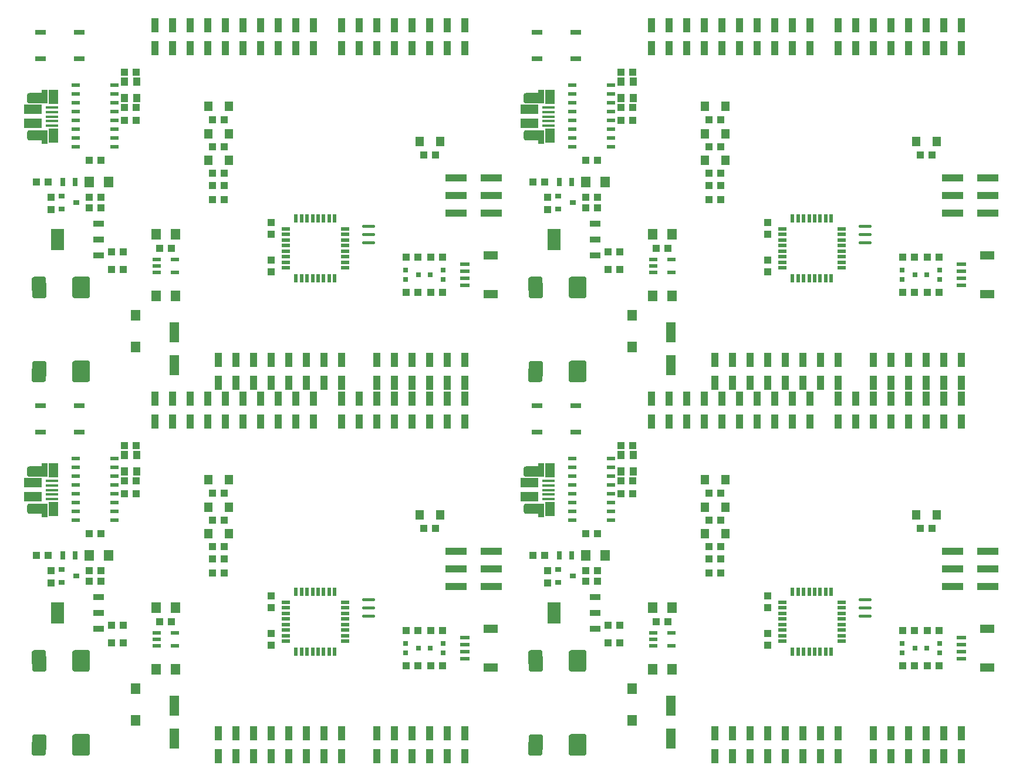
<source format=gtp>
G75*
%MOIN*%
%OFA0B0*%
%FSLAX25Y25*%
%IPPOS*%
%LPD*%
%AMOC8*
5,1,8,0,0,1.08239X$1,22.5*
%
%ADD10R,0.03937X0.04331*%
%ADD11R,0.04331X0.03937*%
%ADD12R,0.05512X0.06299*%
%ADD13R,0.05512X0.11811*%
%ADD14R,0.03543X0.03150*%
%ADD15R,0.06000X0.03200*%
%ADD16R,0.07500X0.12300*%
%ADD17R,0.03937X0.07874*%
%ADD18C,0.01772*%
%ADD19R,0.12480X0.03937*%
%ADD20R,0.04724X0.05512*%
%ADD21R,0.06000X0.03000*%
%ADD22R,0.05787X0.06000*%
%ADD23R,0.03150X0.04724*%
%ADD24C,0.02362*%
%ADD25C,0.00500*%
%ADD26R,0.02756X0.02756*%
%ADD27R,0.05000X0.02200*%
%ADD28R,0.02200X0.05000*%
%ADD29R,0.04724X0.02165*%
%ADD30R,0.04724X0.02362*%
%ADD31R,0.04331X0.04724*%
%ADD32R,0.05748X0.07874*%
%ADD33R,0.09843X0.05610*%
%ADD34C,0.03937*%
%ADD35C,0.04331*%
%ADD36C,0.00197*%
%ADD37R,0.07874X0.04724*%
%ADD38R,0.05315X0.02362*%
D10*
X0053750Y0130904D03*
X0053750Y0137596D03*
X0178750Y0123317D03*
X0178750Y0116624D03*
X0178750Y0102096D03*
X0178750Y0095404D03*
X0335750Y0130904D03*
X0335750Y0137596D03*
X0460750Y0123317D03*
X0460750Y0116624D03*
X0460750Y0102096D03*
X0460750Y0095404D03*
X0460750Y0307404D03*
X0460750Y0314096D03*
X0460750Y0328624D03*
X0460750Y0335317D03*
X0335750Y0342904D03*
X0335750Y0349596D03*
X0178750Y0335317D03*
X0178750Y0328624D03*
X0178750Y0314096D03*
X0178750Y0307404D03*
X0053750Y0342904D03*
X0053750Y0349596D03*
D11*
X0052096Y0358250D03*
X0045404Y0358250D03*
X0075404Y0349750D03*
X0075404Y0343750D03*
X0082096Y0343750D03*
X0082096Y0349750D03*
X0082096Y0370750D03*
X0075404Y0370750D03*
X0095404Y0393250D03*
X0102096Y0393250D03*
X0102096Y0400750D03*
X0095404Y0400750D03*
X0095404Y0420750D03*
X0102096Y0420750D03*
X0145404Y0393750D03*
X0152096Y0393750D03*
X0152096Y0378250D03*
X0145404Y0378250D03*
X0145404Y0363250D03*
X0152096Y0363250D03*
X0152096Y0356250D03*
X0145404Y0356250D03*
X0145404Y0348250D03*
X0152096Y0348250D03*
X0122096Y0320750D03*
X0115404Y0320750D03*
X0094596Y0318750D03*
X0087904Y0318750D03*
X0087904Y0308750D03*
X0094596Y0308750D03*
X0095404Y0208750D03*
X0102096Y0208750D03*
X0102096Y0188750D03*
X0095404Y0188750D03*
X0095404Y0181250D03*
X0102096Y0181250D03*
X0082096Y0158750D03*
X0075404Y0158750D03*
X0052096Y0146250D03*
X0045404Y0146250D03*
X0075404Y0137750D03*
X0075404Y0131750D03*
X0082096Y0131750D03*
X0082096Y0137750D03*
X0087904Y0106750D03*
X0094596Y0106750D03*
X0094596Y0096750D03*
X0087904Y0096750D03*
X0115404Y0108750D03*
X0122096Y0108750D03*
X0145404Y0136250D03*
X0152096Y0136250D03*
X0152096Y0144250D03*
X0145404Y0144250D03*
X0145404Y0151250D03*
X0152096Y0151250D03*
X0152096Y0166250D03*
X0145404Y0166250D03*
X0145404Y0181750D03*
X0152096Y0181750D03*
X0255404Y0103750D03*
X0262096Y0103750D03*
X0269404Y0103750D03*
X0276096Y0103750D03*
X0276096Y0083750D03*
X0269404Y0083750D03*
X0262096Y0083750D03*
X0255404Y0083750D03*
X0327404Y0146250D03*
X0334096Y0146250D03*
X0357404Y0137750D03*
X0357404Y0131750D03*
X0364096Y0131750D03*
X0364096Y0137750D03*
X0364096Y0158750D03*
X0357404Y0158750D03*
X0377404Y0181250D03*
X0384096Y0181250D03*
X0384096Y0188750D03*
X0377404Y0188750D03*
X0377404Y0208750D03*
X0384096Y0208750D03*
X0427404Y0181750D03*
X0434096Y0181750D03*
X0434096Y0166250D03*
X0427404Y0166250D03*
X0427404Y0151250D03*
X0434096Y0151250D03*
X0434096Y0144250D03*
X0427404Y0144250D03*
X0427404Y0136250D03*
X0434096Y0136250D03*
X0404096Y0108750D03*
X0397404Y0108750D03*
X0376596Y0106750D03*
X0369904Y0106750D03*
X0369904Y0096750D03*
X0376596Y0096750D03*
X0272096Y0161750D03*
X0265404Y0161750D03*
X0262096Y0295750D03*
X0255404Y0295750D03*
X0269404Y0295750D03*
X0276096Y0295750D03*
X0276096Y0315750D03*
X0269404Y0315750D03*
X0262096Y0315750D03*
X0255404Y0315750D03*
X0327404Y0358250D03*
X0334096Y0358250D03*
X0357404Y0349750D03*
X0357404Y0343750D03*
X0364096Y0343750D03*
X0364096Y0349750D03*
X0364096Y0370750D03*
X0357404Y0370750D03*
X0377404Y0393250D03*
X0384096Y0393250D03*
X0384096Y0400750D03*
X0377404Y0400750D03*
X0377404Y0420750D03*
X0384096Y0420750D03*
X0427404Y0393750D03*
X0434096Y0393750D03*
X0434096Y0378250D03*
X0427404Y0378250D03*
X0427404Y0363250D03*
X0434096Y0363250D03*
X0434096Y0356250D03*
X0427404Y0356250D03*
X0427404Y0348250D03*
X0434096Y0348250D03*
X0404096Y0320750D03*
X0397404Y0320750D03*
X0376596Y0318750D03*
X0369904Y0318750D03*
X0369904Y0308750D03*
X0376596Y0308750D03*
X0272096Y0373750D03*
X0265404Y0373750D03*
X0537404Y0315750D03*
X0544096Y0315750D03*
X0551404Y0315750D03*
X0558096Y0315750D03*
X0558096Y0295750D03*
X0551404Y0295750D03*
X0544096Y0295750D03*
X0537404Y0295750D03*
X0547404Y0373750D03*
X0554096Y0373750D03*
X0554096Y0161750D03*
X0547404Y0161750D03*
X0544096Y0103750D03*
X0537404Y0103750D03*
X0551404Y0103750D03*
X0558096Y0103750D03*
X0558096Y0083750D03*
X0551404Y0083750D03*
X0544096Y0083750D03*
X0537404Y0083750D03*
D12*
X0406262Y0081750D03*
X0395238Y0081750D03*
X0395238Y0116750D03*
X0406262Y0116750D03*
X0368262Y0146250D03*
X0357238Y0146250D03*
X0395238Y0293750D03*
X0406262Y0293750D03*
X0406262Y0328750D03*
X0395238Y0328750D03*
X0368262Y0358250D03*
X0357238Y0358250D03*
X0124262Y0328750D03*
X0113238Y0328750D03*
X0086262Y0358250D03*
X0075238Y0358250D03*
X0113238Y0293750D03*
X0124262Y0293750D03*
X0086262Y0146250D03*
X0075238Y0146250D03*
X0113238Y0116750D03*
X0124262Y0116750D03*
X0124262Y0081750D03*
X0113238Y0081750D03*
D13*
X0123750Y0061199D03*
X0123750Y0042301D03*
X0405750Y0042301D03*
X0405750Y0061199D03*
X0405750Y0254301D03*
X0405750Y0273199D03*
X0123750Y0273199D03*
X0123750Y0254301D03*
D14*
X0068081Y0346750D03*
X0059813Y0350490D03*
X0059813Y0343010D03*
X0059813Y0138490D03*
X0059813Y0131010D03*
X0068081Y0134750D03*
X0341813Y0131010D03*
X0341813Y0138490D03*
X0350081Y0134750D03*
X0341813Y0343010D03*
X0341813Y0350490D03*
X0350081Y0346750D03*
D15*
X0362640Y0334760D03*
X0362640Y0325750D03*
X0362640Y0316810D03*
X0362640Y0122760D03*
X0362640Y0113750D03*
X0362640Y0104810D03*
X0080640Y0104810D03*
X0080640Y0113750D03*
X0080640Y0122760D03*
X0080640Y0316810D03*
X0080640Y0325750D03*
X0080640Y0334760D03*
D16*
X0057250Y0325750D03*
X0339250Y0325750D03*
X0339250Y0113750D03*
X0057250Y0113750D03*
D17*
X0148750Y0045246D03*
X0158750Y0045246D03*
X0168750Y0045246D03*
X0178750Y0045246D03*
X0188750Y0045246D03*
X0198750Y0045246D03*
X0208750Y0045246D03*
X0218750Y0045246D03*
X0218750Y0032254D03*
X0208750Y0032254D03*
X0198750Y0032254D03*
X0188750Y0032254D03*
X0178750Y0032254D03*
X0168750Y0032254D03*
X0158750Y0032254D03*
X0148750Y0032254D03*
X0238750Y0032254D03*
X0248750Y0032254D03*
X0258750Y0032254D03*
X0268750Y0032254D03*
X0278750Y0032254D03*
X0288750Y0032254D03*
X0288750Y0045246D03*
X0278750Y0045246D03*
X0268750Y0045246D03*
X0258750Y0045246D03*
X0248750Y0045246D03*
X0238750Y0045246D03*
X0430750Y0045246D03*
X0440750Y0045246D03*
X0450750Y0045246D03*
X0460750Y0045246D03*
X0470750Y0045246D03*
X0480750Y0045246D03*
X0490750Y0045246D03*
X0500750Y0045246D03*
X0500750Y0032254D03*
X0490750Y0032254D03*
X0480750Y0032254D03*
X0470750Y0032254D03*
X0460750Y0032254D03*
X0450750Y0032254D03*
X0440750Y0032254D03*
X0430750Y0032254D03*
X0520750Y0032254D03*
X0530750Y0032254D03*
X0540750Y0032254D03*
X0550750Y0032254D03*
X0560750Y0032254D03*
X0570750Y0032254D03*
X0570750Y0045246D03*
X0560750Y0045246D03*
X0550750Y0045246D03*
X0540750Y0045246D03*
X0530750Y0045246D03*
X0520750Y0045246D03*
X0520750Y0222254D03*
X0510750Y0222254D03*
X0500750Y0222254D03*
X0484750Y0222254D03*
X0474750Y0222254D03*
X0464750Y0222254D03*
X0454750Y0222254D03*
X0444750Y0222254D03*
X0434750Y0222254D03*
X0424750Y0222254D03*
X0414750Y0222254D03*
X0404750Y0222254D03*
X0394750Y0222254D03*
X0394750Y0235246D03*
X0404750Y0235246D03*
X0414750Y0235246D03*
X0424750Y0235246D03*
X0434750Y0235246D03*
X0444750Y0235246D03*
X0440750Y0244254D03*
X0450750Y0244254D03*
X0454750Y0235246D03*
X0464750Y0235246D03*
X0460750Y0244254D03*
X0470750Y0244254D03*
X0480750Y0244254D03*
X0484750Y0235246D03*
X0474750Y0235246D03*
X0490750Y0244254D03*
X0500750Y0244254D03*
X0500750Y0235246D03*
X0510750Y0235246D03*
X0520750Y0235246D03*
X0530750Y0235246D03*
X0530750Y0244254D03*
X0520750Y0244254D03*
X0520750Y0257246D03*
X0530750Y0257246D03*
X0540750Y0257246D03*
X0550750Y0257246D03*
X0560750Y0257246D03*
X0570750Y0257246D03*
X0570750Y0244254D03*
X0560750Y0244254D03*
X0560750Y0235246D03*
X0570750Y0235246D03*
X0570750Y0222254D03*
X0560750Y0222254D03*
X0550750Y0222254D03*
X0540750Y0222254D03*
X0530750Y0222254D03*
X0540750Y0235246D03*
X0550750Y0235246D03*
X0550750Y0244254D03*
X0540750Y0244254D03*
X0500750Y0257246D03*
X0490750Y0257246D03*
X0480750Y0257246D03*
X0470750Y0257246D03*
X0460750Y0257246D03*
X0450750Y0257246D03*
X0440750Y0257246D03*
X0430750Y0257246D03*
X0430750Y0244254D03*
X0288750Y0244254D03*
X0278750Y0244254D03*
X0278750Y0235246D03*
X0288750Y0235246D03*
X0288750Y0222254D03*
X0278750Y0222254D03*
X0268750Y0222254D03*
X0258750Y0222254D03*
X0248750Y0222254D03*
X0238750Y0222254D03*
X0228750Y0222254D03*
X0218750Y0222254D03*
X0202750Y0222254D03*
X0192750Y0222254D03*
X0182750Y0222254D03*
X0172750Y0222254D03*
X0162750Y0222254D03*
X0152750Y0222254D03*
X0142750Y0222254D03*
X0132750Y0222254D03*
X0122750Y0222254D03*
X0112750Y0222254D03*
X0112750Y0235246D03*
X0122750Y0235246D03*
X0132750Y0235246D03*
X0142750Y0235246D03*
X0152750Y0235246D03*
X0162750Y0235246D03*
X0158750Y0244254D03*
X0148750Y0244254D03*
X0148750Y0257246D03*
X0158750Y0257246D03*
X0168750Y0257246D03*
X0178750Y0257246D03*
X0188750Y0257246D03*
X0198750Y0257246D03*
X0208750Y0257246D03*
X0218750Y0257246D03*
X0218750Y0244254D03*
X0208750Y0244254D03*
X0198750Y0244254D03*
X0202750Y0235246D03*
X0192750Y0235246D03*
X0188750Y0244254D03*
X0178750Y0244254D03*
X0182750Y0235246D03*
X0172750Y0235246D03*
X0168750Y0244254D03*
X0218750Y0235246D03*
X0228750Y0235246D03*
X0238750Y0235246D03*
X0238750Y0244254D03*
X0248750Y0244254D03*
X0258750Y0244254D03*
X0268750Y0244254D03*
X0268750Y0235246D03*
X0258750Y0235246D03*
X0248750Y0235246D03*
X0248750Y0257246D03*
X0258750Y0257246D03*
X0268750Y0257246D03*
X0278750Y0257246D03*
X0288750Y0257246D03*
X0238750Y0257246D03*
X0238750Y0434254D03*
X0228750Y0434254D03*
X0218750Y0434254D03*
X0202750Y0434254D03*
X0192750Y0434254D03*
X0182750Y0434254D03*
X0172750Y0434254D03*
X0162750Y0434254D03*
X0152750Y0434254D03*
X0142750Y0434254D03*
X0132750Y0434254D03*
X0122750Y0434254D03*
X0112750Y0434254D03*
X0112750Y0447246D03*
X0122750Y0447246D03*
X0132750Y0447246D03*
X0142750Y0447246D03*
X0152750Y0447246D03*
X0162750Y0447246D03*
X0172750Y0447246D03*
X0182750Y0447246D03*
X0192750Y0447246D03*
X0202750Y0447246D03*
X0218750Y0447246D03*
X0228750Y0447246D03*
X0238750Y0447246D03*
X0248750Y0447246D03*
X0258750Y0447246D03*
X0268750Y0447246D03*
X0278750Y0447246D03*
X0288750Y0447246D03*
X0288750Y0434254D03*
X0278750Y0434254D03*
X0268750Y0434254D03*
X0258750Y0434254D03*
X0248750Y0434254D03*
X0394750Y0434254D03*
X0404750Y0434254D03*
X0414750Y0434254D03*
X0424750Y0434254D03*
X0434750Y0434254D03*
X0444750Y0434254D03*
X0454750Y0434254D03*
X0464750Y0434254D03*
X0474750Y0434254D03*
X0484750Y0434254D03*
X0500750Y0434254D03*
X0510750Y0434254D03*
X0520750Y0434254D03*
X0530750Y0434254D03*
X0540750Y0434254D03*
X0550750Y0434254D03*
X0560750Y0434254D03*
X0570750Y0434254D03*
X0570750Y0447246D03*
X0560750Y0447246D03*
X0550750Y0447246D03*
X0540750Y0447246D03*
X0530750Y0447246D03*
X0520750Y0447246D03*
X0510750Y0447246D03*
X0500750Y0447246D03*
X0484750Y0447246D03*
X0474750Y0447246D03*
X0464750Y0447246D03*
X0454750Y0447246D03*
X0444750Y0447246D03*
X0434750Y0447246D03*
X0424750Y0447246D03*
X0414750Y0447246D03*
X0404750Y0447246D03*
X0394750Y0447246D03*
D18*
X0512886Y0333474D02*
X0518614Y0333474D01*
X0518614Y0328750D02*
X0512886Y0328750D01*
X0512886Y0324026D02*
X0518614Y0324026D01*
X0518614Y0121474D02*
X0512886Y0121474D01*
X0512886Y0116750D02*
X0518614Y0116750D01*
X0518614Y0112026D02*
X0512886Y0112026D01*
X0236614Y0112026D02*
X0230886Y0112026D01*
X0230886Y0116750D02*
X0236614Y0116750D01*
X0236614Y0121474D02*
X0230886Y0121474D01*
X0230886Y0324026D02*
X0236614Y0324026D01*
X0236614Y0328750D02*
X0230886Y0328750D01*
X0230886Y0333474D02*
X0236614Y0333474D01*
D19*
X0283750Y0340750D03*
X0283750Y0350750D03*
X0283750Y0360750D03*
X0303750Y0360750D03*
X0303750Y0350750D03*
X0303750Y0340750D03*
X0303750Y0148750D03*
X0303750Y0138750D03*
X0303750Y0128750D03*
X0283750Y0128750D03*
X0283750Y0138750D03*
X0283750Y0148750D03*
X0565750Y0148750D03*
X0565750Y0138750D03*
X0565750Y0128750D03*
X0585750Y0128750D03*
X0585750Y0138750D03*
X0585750Y0148750D03*
X0585750Y0340750D03*
X0585750Y0350750D03*
X0585750Y0360750D03*
X0565750Y0360750D03*
X0565750Y0350750D03*
X0565750Y0340750D03*
D20*
X0556656Y0381250D03*
X0544844Y0381250D03*
X0436656Y0385750D03*
X0424844Y0385750D03*
X0424844Y0370750D03*
X0436656Y0370750D03*
X0436656Y0401250D03*
X0424844Y0401250D03*
X0274656Y0381250D03*
X0262844Y0381250D03*
X0154656Y0385750D03*
X0142844Y0385750D03*
X0142844Y0370750D03*
X0154656Y0370750D03*
X0154656Y0401250D03*
X0142844Y0401250D03*
X0142844Y0189250D03*
X0154656Y0189250D03*
X0154656Y0173750D03*
X0142844Y0173750D03*
X0142844Y0158750D03*
X0154656Y0158750D03*
X0262844Y0169250D03*
X0274656Y0169250D03*
X0424844Y0173750D03*
X0436656Y0173750D03*
X0436656Y0158750D03*
X0424844Y0158750D03*
X0424844Y0189250D03*
X0436656Y0189250D03*
X0544844Y0169250D03*
X0556656Y0169250D03*
D21*
X0351750Y0216250D03*
X0351750Y0231250D03*
X0329750Y0231250D03*
X0329750Y0216250D03*
X0069750Y0216250D03*
X0069750Y0231250D03*
X0047750Y0231250D03*
X0047750Y0216250D03*
X0047750Y0428250D03*
X0047750Y0443250D03*
X0069750Y0443250D03*
X0069750Y0428250D03*
X0329750Y0428250D03*
X0329750Y0443250D03*
X0351750Y0443250D03*
X0351750Y0428250D03*
D22*
X0383750Y0282715D03*
X0383750Y0264785D03*
X0383750Y0070715D03*
X0383750Y0052785D03*
X0101750Y0052785D03*
X0101750Y0070715D03*
X0101750Y0264785D03*
X0101750Y0282715D03*
D23*
X0067293Y0358250D03*
X0060207Y0358250D03*
X0342207Y0358250D03*
X0349293Y0358250D03*
X0349293Y0146250D03*
X0342207Y0146250D03*
X0067293Y0146250D03*
X0060207Y0146250D03*
D24*
X0068010Y0081648D02*
X0073522Y0081648D01*
X0068010Y0081648D02*
X0068010Y0088734D01*
X0073522Y0088734D01*
X0073522Y0081648D01*
X0073522Y0084009D02*
X0068010Y0084009D01*
X0068010Y0086370D02*
X0073522Y0086370D01*
X0073522Y0088731D02*
X0068010Y0088731D01*
X0049506Y0081648D02*
X0043994Y0081648D01*
X0043994Y0088734D01*
X0049506Y0088734D01*
X0049506Y0081648D01*
X0049506Y0084009D02*
X0043994Y0084009D01*
X0043994Y0086370D02*
X0049506Y0086370D01*
X0049506Y0088731D02*
X0043994Y0088731D01*
X0043994Y0036766D02*
X0049506Y0036766D01*
X0043994Y0036766D02*
X0043994Y0043852D01*
X0049506Y0043852D01*
X0049506Y0036766D01*
X0049506Y0039127D02*
X0043994Y0039127D01*
X0043994Y0041488D02*
X0049506Y0041488D01*
X0049506Y0043849D02*
X0043994Y0043849D01*
X0068010Y0036766D02*
X0073522Y0036766D01*
X0068010Y0036766D02*
X0068010Y0043852D01*
X0073522Y0043852D01*
X0073522Y0036766D01*
X0073522Y0039127D02*
X0068010Y0039127D01*
X0068010Y0041488D02*
X0073522Y0041488D01*
X0073522Y0043849D02*
X0068010Y0043849D01*
X0325994Y0036766D02*
X0331506Y0036766D01*
X0325994Y0036766D02*
X0325994Y0043852D01*
X0331506Y0043852D01*
X0331506Y0036766D01*
X0331506Y0039127D02*
X0325994Y0039127D01*
X0325994Y0041488D02*
X0331506Y0041488D01*
X0331506Y0043849D02*
X0325994Y0043849D01*
X0350010Y0036766D02*
X0355522Y0036766D01*
X0350010Y0036766D02*
X0350010Y0043852D01*
X0355522Y0043852D01*
X0355522Y0036766D01*
X0355522Y0039127D02*
X0350010Y0039127D01*
X0350010Y0041488D02*
X0355522Y0041488D01*
X0355522Y0043849D02*
X0350010Y0043849D01*
X0350010Y0081648D02*
X0355522Y0081648D01*
X0350010Y0081648D02*
X0350010Y0088734D01*
X0355522Y0088734D01*
X0355522Y0081648D01*
X0355522Y0084009D02*
X0350010Y0084009D01*
X0350010Y0086370D02*
X0355522Y0086370D01*
X0355522Y0088731D02*
X0350010Y0088731D01*
X0331506Y0081648D02*
X0325994Y0081648D01*
X0325994Y0088734D01*
X0331506Y0088734D01*
X0331506Y0081648D01*
X0331506Y0084009D02*
X0325994Y0084009D01*
X0325994Y0086370D02*
X0331506Y0086370D01*
X0331506Y0088731D02*
X0325994Y0088731D01*
X0325994Y0248766D02*
X0331506Y0248766D01*
X0325994Y0248766D02*
X0325994Y0255852D01*
X0331506Y0255852D01*
X0331506Y0248766D01*
X0331506Y0251127D02*
X0325994Y0251127D01*
X0325994Y0253488D02*
X0331506Y0253488D01*
X0331506Y0255849D02*
X0325994Y0255849D01*
X0350010Y0248766D02*
X0355522Y0248766D01*
X0350010Y0248766D02*
X0350010Y0255852D01*
X0355522Y0255852D01*
X0355522Y0248766D01*
X0355522Y0251127D02*
X0350010Y0251127D01*
X0350010Y0253488D02*
X0355522Y0253488D01*
X0355522Y0255849D02*
X0350010Y0255849D01*
X0350010Y0293648D02*
X0355522Y0293648D01*
X0350010Y0293648D02*
X0350010Y0300734D01*
X0355522Y0300734D01*
X0355522Y0293648D01*
X0355522Y0296009D02*
X0350010Y0296009D01*
X0350010Y0298370D02*
X0355522Y0298370D01*
X0355522Y0300731D02*
X0350010Y0300731D01*
X0331506Y0293648D02*
X0325994Y0293648D01*
X0325994Y0300734D01*
X0331506Y0300734D01*
X0331506Y0293648D01*
X0331506Y0296009D02*
X0325994Y0296009D01*
X0325994Y0298370D02*
X0331506Y0298370D01*
X0331506Y0300731D02*
X0325994Y0300731D01*
X0073522Y0293648D02*
X0068010Y0293648D01*
X0068010Y0300734D01*
X0073522Y0300734D01*
X0073522Y0293648D01*
X0073522Y0296009D02*
X0068010Y0296009D01*
X0068010Y0298370D02*
X0073522Y0298370D01*
X0073522Y0300731D02*
X0068010Y0300731D01*
X0049506Y0293648D02*
X0043994Y0293648D01*
X0043994Y0300734D01*
X0049506Y0300734D01*
X0049506Y0293648D01*
X0049506Y0296009D02*
X0043994Y0296009D01*
X0043994Y0298370D02*
X0049506Y0298370D01*
X0049506Y0300731D02*
X0043994Y0300731D01*
X0043994Y0248766D02*
X0049506Y0248766D01*
X0043994Y0248766D02*
X0043994Y0255852D01*
X0049506Y0255852D01*
X0049506Y0248766D01*
X0049506Y0251127D02*
X0043994Y0251127D01*
X0043994Y0253488D02*
X0049506Y0253488D01*
X0049506Y0255849D02*
X0043994Y0255849D01*
X0068010Y0248766D02*
X0073522Y0248766D01*
X0068010Y0248766D02*
X0068010Y0255852D01*
X0073522Y0255852D01*
X0073522Y0248766D01*
X0073522Y0251127D02*
X0068010Y0251127D01*
X0068010Y0253488D02*
X0073522Y0253488D01*
X0073522Y0255849D02*
X0068010Y0255849D01*
D25*
X0043229Y0033638D02*
X0043403Y0033416D01*
X0043623Y0033239D01*
X0043876Y0033115D01*
X0044150Y0033050D01*
X0049150Y0033050D01*
X0049479Y0033132D01*
X0049781Y0033285D01*
X0050042Y0033502D01*
X0050247Y0033771D01*
X0050388Y0034079D01*
X0050457Y0034411D01*
X0050450Y0034750D01*
X0050450Y0040550D01*
X0043050Y0040450D01*
X0043050Y0034450D01*
X0043048Y0034168D01*
X0043109Y0033893D01*
X0043229Y0033638D01*
X0043183Y0033735D02*
X0050220Y0033735D01*
X0050420Y0034234D02*
X0043048Y0034234D01*
X0043050Y0034732D02*
X0050450Y0034732D01*
X0050450Y0035231D02*
X0043050Y0035231D01*
X0043050Y0035729D02*
X0050450Y0035729D01*
X0050450Y0036228D02*
X0043050Y0036228D01*
X0043050Y0036726D02*
X0050450Y0036726D01*
X0050450Y0037225D02*
X0043050Y0037225D01*
X0043050Y0037723D02*
X0050450Y0037723D01*
X0050450Y0038222D02*
X0043050Y0038222D01*
X0043050Y0038720D02*
X0050450Y0038720D01*
X0050450Y0039219D02*
X0043050Y0039219D01*
X0043050Y0039717D02*
X0050450Y0039717D01*
X0050450Y0040216D02*
X0043050Y0040216D01*
X0043627Y0033237D02*
X0049685Y0033237D01*
X0066048Y0034168D02*
X0066109Y0033893D01*
X0066229Y0033638D01*
X0066403Y0033416D01*
X0066623Y0033239D01*
X0066876Y0033115D01*
X0067150Y0033050D01*
X0074150Y0033050D01*
X0074479Y0033132D01*
X0074781Y0033285D01*
X0075042Y0033502D01*
X0075247Y0033771D01*
X0075388Y0034079D01*
X0075457Y0034411D01*
X0075450Y0034750D01*
X0075450Y0043334D01*
X0075412Y0043670D01*
X0075299Y0043989D01*
X0075118Y0044275D01*
X0074878Y0044512D01*
X0074591Y0044690D01*
X0074270Y0044799D01*
X0073934Y0044834D01*
X0067534Y0044766D01*
X0067203Y0044725D01*
X0066889Y0044612D01*
X0066608Y0044433D01*
X0066373Y0044196D01*
X0066197Y0043913D01*
X0066087Y0043597D01*
X0066050Y0043266D01*
X0066050Y0034450D01*
X0066048Y0034168D01*
X0066048Y0034234D02*
X0075420Y0034234D01*
X0075450Y0034732D02*
X0066050Y0034732D01*
X0066050Y0035231D02*
X0075450Y0035231D01*
X0075450Y0035729D02*
X0066050Y0035729D01*
X0066050Y0036228D02*
X0075450Y0036228D01*
X0075450Y0036726D02*
X0066050Y0036726D01*
X0066050Y0037225D02*
X0075450Y0037225D01*
X0075450Y0037723D02*
X0066050Y0037723D01*
X0066050Y0038222D02*
X0075450Y0038222D01*
X0075450Y0038720D02*
X0066050Y0038720D01*
X0066050Y0039219D02*
X0075450Y0039219D01*
X0075450Y0039717D02*
X0066050Y0039717D01*
X0066050Y0040216D02*
X0075450Y0040216D01*
X0075450Y0040714D02*
X0066050Y0040714D01*
X0066050Y0041213D02*
X0075450Y0041213D01*
X0075450Y0041711D02*
X0066050Y0041711D01*
X0066050Y0042210D02*
X0075450Y0042210D01*
X0075450Y0042708D02*
X0066050Y0042708D01*
X0066050Y0043207D02*
X0075450Y0043207D01*
X0075399Y0043705D02*
X0066125Y0043705D01*
X0066381Y0044204D02*
X0075163Y0044204D01*
X0074555Y0044702D02*
X0067139Y0044702D01*
X0066183Y0033735D02*
X0075220Y0033735D01*
X0074685Y0033237D02*
X0066627Y0033237D01*
X0067566Y0080666D02*
X0073966Y0080734D01*
X0074297Y0080775D01*
X0074611Y0080888D01*
X0074892Y0081067D01*
X0075127Y0081304D01*
X0075303Y0081587D01*
X0075413Y0081903D01*
X0075450Y0082234D01*
X0075450Y0091050D01*
X0075452Y0091332D01*
X0075391Y0091607D01*
X0075271Y0091862D01*
X0075097Y0092084D01*
X0074877Y0092261D01*
X0074624Y0092385D01*
X0074350Y0092450D01*
X0067350Y0092450D01*
X0067021Y0092368D01*
X0066719Y0092215D01*
X0066458Y0091998D01*
X0066253Y0091729D01*
X0066112Y0091421D01*
X0066043Y0091089D01*
X0066050Y0090750D01*
X0066050Y0082166D01*
X0066088Y0081830D01*
X0066201Y0081511D01*
X0066382Y0081225D01*
X0066622Y0080988D01*
X0066909Y0080810D01*
X0067230Y0080701D01*
X0067566Y0080666D01*
X0066515Y0081094D02*
X0074919Y0081094D01*
X0075305Y0081592D02*
X0066172Y0081592D01*
X0066059Y0082091D02*
X0075434Y0082091D01*
X0075450Y0082589D02*
X0066050Y0082589D01*
X0066050Y0083088D02*
X0075450Y0083088D01*
X0075450Y0083586D02*
X0066050Y0083586D01*
X0066050Y0084085D02*
X0075450Y0084085D01*
X0075450Y0084583D02*
X0066050Y0084583D01*
X0066050Y0085082D02*
X0075450Y0085082D01*
X0075450Y0085580D02*
X0066050Y0085580D01*
X0066050Y0086079D02*
X0075450Y0086079D01*
X0075450Y0086577D02*
X0066050Y0086577D01*
X0066050Y0087076D02*
X0075450Y0087076D01*
X0075450Y0087574D02*
X0066050Y0087574D01*
X0066050Y0088073D02*
X0075450Y0088073D01*
X0075450Y0088571D02*
X0066050Y0088571D01*
X0066050Y0089070D02*
X0075450Y0089070D01*
X0075450Y0089568D02*
X0066050Y0089568D01*
X0066050Y0090067D02*
X0075450Y0090067D01*
X0075450Y0090565D02*
X0066050Y0090565D01*
X0066044Y0091064D02*
X0075450Y0091064D01*
X0075401Y0091562D02*
X0066177Y0091562D01*
X0066534Y0092061D02*
X0075115Y0092061D01*
X0050452Y0091332D02*
X0050391Y0091607D01*
X0050271Y0091862D01*
X0050097Y0092084D01*
X0049877Y0092261D01*
X0049624Y0092385D01*
X0049350Y0092450D01*
X0044350Y0092450D01*
X0044021Y0092368D01*
X0043719Y0092215D01*
X0043458Y0091998D01*
X0043253Y0091729D01*
X0043112Y0091421D01*
X0043043Y0091089D01*
X0043050Y0090750D01*
X0043050Y0084950D01*
X0050450Y0085050D01*
X0050450Y0091050D01*
X0050452Y0091332D01*
X0050401Y0091562D02*
X0043177Y0091562D01*
X0043044Y0091064D02*
X0050450Y0091064D01*
X0050450Y0090565D02*
X0043050Y0090565D01*
X0043050Y0090067D02*
X0050450Y0090067D01*
X0050450Y0089568D02*
X0043050Y0089568D01*
X0043050Y0089070D02*
X0050450Y0089070D01*
X0050450Y0088571D02*
X0043050Y0088571D01*
X0043050Y0088073D02*
X0050450Y0088073D01*
X0050450Y0087574D02*
X0043050Y0087574D01*
X0043050Y0087076D02*
X0050450Y0087076D01*
X0050450Y0086577D02*
X0043050Y0086577D01*
X0043050Y0086079D02*
X0050450Y0086079D01*
X0050450Y0085580D02*
X0043050Y0085580D01*
X0043050Y0085082D02*
X0050450Y0085082D01*
X0050115Y0092061D02*
X0043534Y0092061D01*
X0044150Y0245050D02*
X0049150Y0245050D01*
X0049479Y0245132D01*
X0049781Y0245285D01*
X0050042Y0245502D01*
X0050247Y0245771D01*
X0050388Y0246079D01*
X0050457Y0246411D01*
X0050450Y0246750D01*
X0050450Y0252550D01*
X0043050Y0252450D01*
X0043050Y0246450D01*
X0043048Y0246168D01*
X0043109Y0245893D01*
X0043229Y0245638D01*
X0043403Y0245416D01*
X0043623Y0245239D01*
X0043876Y0245115D01*
X0044150Y0245050D01*
X0043921Y0245104D02*
X0049366Y0245104D01*
X0050118Y0245602D02*
X0043257Y0245602D01*
X0043063Y0246101D02*
X0050393Y0246101D01*
X0050453Y0246599D02*
X0043050Y0246599D01*
X0043050Y0247098D02*
X0050450Y0247098D01*
X0050450Y0247596D02*
X0043050Y0247596D01*
X0043050Y0248095D02*
X0050450Y0248095D01*
X0050450Y0248593D02*
X0043050Y0248593D01*
X0043050Y0249092D02*
X0050450Y0249092D01*
X0050450Y0249591D02*
X0043050Y0249591D01*
X0043050Y0250089D02*
X0050450Y0250089D01*
X0050450Y0250588D02*
X0043050Y0250588D01*
X0043050Y0251086D02*
X0050450Y0251086D01*
X0050450Y0251585D02*
X0043050Y0251585D01*
X0043050Y0252083D02*
X0050450Y0252083D01*
X0066050Y0252083D02*
X0075450Y0252083D01*
X0075450Y0251585D02*
X0066050Y0251585D01*
X0066050Y0251086D02*
X0075450Y0251086D01*
X0075450Y0250588D02*
X0066050Y0250588D01*
X0066050Y0250089D02*
X0075450Y0250089D01*
X0075450Y0249591D02*
X0066050Y0249591D01*
X0066050Y0249092D02*
X0075450Y0249092D01*
X0075450Y0248593D02*
X0066050Y0248593D01*
X0066050Y0248095D02*
X0075450Y0248095D01*
X0075450Y0247596D02*
X0066050Y0247596D01*
X0066050Y0247098D02*
X0075450Y0247098D01*
X0075450Y0246750D02*
X0075450Y0255334D01*
X0075412Y0255670D01*
X0075299Y0255989D01*
X0075118Y0256275D01*
X0074878Y0256512D01*
X0074591Y0256690D01*
X0074270Y0256799D01*
X0073934Y0256834D01*
X0067534Y0256766D01*
X0067203Y0256725D01*
X0066889Y0256612D01*
X0066608Y0256433D01*
X0066373Y0256196D01*
X0066197Y0255913D01*
X0066087Y0255597D01*
X0066050Y0255266D01*
X0066050Y0246450D01*
X0066048Y0246168D01*
X0066109Y0245893D01*
X0066229Y0245638D01*
X0066403Y0245416D01*
X0066623Y0245239D01*
X0066876Y0245115D01*
X0067150Y0245050D01*
X0074150Y0245050D01*
X0074479Y0245132D01*
X0074781Y0245285D01*
X0075042Y0245502D01*
X0075247Y0245771D01*
X0075388Y0246079D01*
X0075457Y0246411D01*
X0075450Y0246750D01*
X0075453Y0246599D02*
X0066050Y0246599D01*
X0066063Y0246101D02*
X0075393Y0246101D01*
X0075118Y0245602D02*
X0066257Y0245602D01*
X0066921Y0245104D02*
X0074366Y0245104D01*
X0075450Y0252582D02*
X0066050Y0252582D01*
X0066050Y0253080D02*
X0075450Y0253080D01*
X0075450Y0253579D02*
X0066050Y0253579D01*
X0066050Y0254077D02*
X0075450Y0254077D01*
X0075450Y0254576D02*
X0066050Y0254576D01*
X0066050Y0255074D02*
X0075450Y0255074D01*
X0075423Y0255573D02*
X0066084Y0255573D01*
X0066295Y0256071D02*
X0075247Y0256071D01*
X0074785Y0256570D02*
X0066822Y0256570D01*
X0067566Y0292666D02*
X0073966Y0292734D01*
X0074297Y0292775D01*
X0074611Y0292888D01*
X0074892Y0293067D01*
X0075127Y0293304D01*
X0075303Y0293587D01*
X0075413Y0293903D01*
X0075450Y0294234D01*
X0075450Y0303050D01*
X0075452Y0303332D01*
X0075391Y0303607D01*
X0075271Y0303862D01*
X0075097Y0304084D01*
X0074877Y0304261D01*
X0074624Y0304385D01*
X0074350Y0304450D01*
X0067350Y0304450D01*
X0067021Y0304368D01*
X0066719Y0304215D01*
X0066458Y0303998D01*
X0066253Y0303729D01*
X0066112Y0303421D01*
X0066043Y0303089D01*
X0066050Y0302750D01*
X0066050Y0294166D01*
X0066088Y0293830D01*
X0066201Y0293511D01*
X0066382Y0293225D01*
X0066622Y0292988D01*
X0066909Y0292810D01*
X0067230Y0292701D01*
X0067566Y0292666D01*
X0066665Y0292961D02*
X0074726Y0292961D01*
X0075224Y0293460D02*
X0066233Y0293460D01*
X0066074Y0293958D02*
X0075419Y0293958D01*
X0075450Y0294457D02*
X0066050Y0294457D01*
X0066050Y0294955D02*
X0075450Y0294955D01*
X0075450Y0295454D02*
X0066050Y0295454D01*
X0066050Y0295952D02*
X0075450Y0295952D01*
X0075450Y0296451D02*
X0066050Y0296451D01*
X0066050Y0296949D02*
X0075450Y0296949D01*
X0075450Y0297448D02*
X0066050Y0297448D01*
X0066050Y0297946D02*
X0075450Y0297946D01*
X0075450Y0298445D02*
X0066050Y0298445D01*
X0066050Y0298943D02*
X0075450Y0298943D01*
X0075450Y0299442D02*
X0066050Y0299442D01*
X0066050Y0299940D02*
X0075450Y0299940D01*
X0075450Y0300439D02*
X0066050Y0300439D01*
X0066050Y0300937D02*
X0075450Y0300937D01*
X0075450Y0301436D02*
X0066050Y0301436D01*
X0066050Y0301934D02*
X0075450Y0301934D01*
X0075450Y0302433D02*
X0066050Y0302433D01*
X0066046Y0302931D02*
X0075450Y0302931D01*
X0075430Y0303430D02*
X0066116Y0303430D01*
X0066405Y0303928D02*
X0075219Y0303928D01*
X0074449Y0304427D02*
X0067257Y0304427D01*
X0050452Y0303332D02*
X0050391Y0303607D01*
X0050271Y0303862D01*
X0050097Y0304084D01*
X0049877Y0304261D01*
X0049624Y0304385D01*
X0049350Y0304450D01*
X0044350Y0304450D01*
X0044021Y0304368D01*
X0043719Y0304215D01*
X0043458Y0303998D01*
X0043253Y0303729D01*
X0043112Y0303421D01*
X0043043Y0303089D01*
X0043050Y0302750D01*
X0043050Y0296950D01*
X0050450Y0297050D01*
X0050450Y0303050D01*
X0050452Y0303332D01*
X0050430Y0303430D02*
X0043116Y0303430D01*
X0043046Y0302931D02*
X0050450Y0302931D01*
X0050450Y0302433D02*
X0043050Y0302433D01*
X0043050Y0301934D02*
X0050450Y0301934D01*
X0050450Y0301436D02*
X0043050Y0301436D01*
X0043050Y0300937D02*
X0050450Y0300937D01*
X0050450Y0300439D02*
X0043050Y0300439D01*
X0043050Y0299940D02*
X0050450Y0299940D01*
X0050450Y0299442D02*
X0043050Y0299442D01*
X0043050Y0298943D02*
X0050450Y0298943D01*
X0050450Y0298445D02*
X0043050Y0298445D01*
X0043050Y0297946D02*
X0050450Y0297946D01*
X0050450Y0297448D02*
X0043050Y0297448D01*
X0043405Y0303928D02*
X0050219Y0303928D01*
X0049449Y0304427D02*
X0044257Y0304427D01*
X0325043Y0303089D02*
X0325050Y0302750D01*
X0325050Y0296950D01*
X0332450Y0297050D01*
X0332450Y0303050D01*
X0332452Y0303332D01*
X0332391Y0303607D01*
X0332271Y0303862D01*
X0332097Y0304084D01*
X0331877Y0304261D01*
X0331624Y0304385D01*
X0331350Y0304450D01*
X0326350Y0304450D01*
X0326021Y0304368D01*
X0325719Y0304215D01*
X0325458Y0303998D01*
X0325253Y0303729D01*
X0325112Y0303421D01*
X0325043Y0303089D01*
X0325046Y0302931D02*
X0332450Y0302931D01*
X0332450Y0302433D02*
X0325050Y0302433D01*
X0325050Y0301934D02*
X0332450Y0301934D01*
X0332450Y0301436D02*
X0325050Y0301436D01*
X0325050Y0300937D02*
X0332450Y0300937D01*
X0332450Y0300439D02*
X0325050Y0300439D01*
X0325050Y0299940D02*
X0332450Y0299940D01*
X0332450Y0299442D02*
X0325050Y0299442D01*
X0325050Y0298943D02*
X0332450Y0298943D01*
X0332450Y0298445D02*
X0325050Y0298445D01*
X0325050Y0297946D02*
X0332450Y0297946D01*
X0332450Y0297448D02*
X0325050Y0297448D01*
X0325116Y0303430D02*
X0332430Y0303430D01*
X0332219Y0303928D02*
X0325405Y0303928D01*
X0326257Y0304427D02*
X0331449Y0304427D01*
X0348043Y0303089D02*
X0348050Y0302750D01*
X0348050Y0294166D01*
X0348088Y0293830D01*
X0348201Y0293511D01*
X0348382Y0293225D01*
X0348622Y0292988D01*
X0348909Y0292810D01*
X0349230Y0292701D01*
X0349566Y0292666D01*
X0355966Y0292734D01*
X0356297Y0292775D01*
X0356611Y0292888D01*
X0356892Y0293067D01*
X0357127Y0293304D01*
X0357303Y0293587D01*
X0357413Y0293903D01*
X0357450Y0294234D01*
X0357450Y0303050D01*
X0357452Y0303332D01*
X0357391Y0303607D01*
X0357271Y0303862D01*
X0357097Y0304084D01*
X0356877Y0304261D01*
X0356624Y0304385D01*
X0356350Y0304450D01*
X0349350Y0304450D01*
X0349021Y0304368D01*
X0348719Y0304215D01*
X0348458Y0303998D01*
X0348253Y0303729D01*
X0348112Y0303421D01*
X0348043Y0303089D01*
X0348046Y0302931D02*
X0357450Y0302931D01*
X0357450Y0302433D02*
X0348050Y0302433D01*
X0348050Y0301934D02*
X0357450Y0301934D01*
X0357450Y0301436D02*
X0348050Y0301436D01*
X0348050Y0300937D02*
X0357450Y0300937D01*
X0357450Y0300439D02*
X0348050Y0300439D01*
X0348050Y0299940D02*
X0357450Y0299940D01*
X0357450Y0299442D02*
X0348050Y0299442D01*
X0348050Y0298943D02*
X0357450Y0298943D01*
X0357450Y0298445D02*
X0348050Y0298445D01*
X0348050Y0297946D02*
X0357450Y0297946D01*
X0357450Y0297448D02*
X0348050Y0297448D01*
X0348050Y0296949D02*
X0357450Y0296949D01*
X0357450Y0296451D02*
X0348050Y0296451D01*
X0348050Y0295952D02*
X0357450Y0295952D01*
X0357450Y0295454D02*
X0348050Y0295454D01*
X0348050Y0294955D02*
X0357450Y0294955D01*
X0357450Y0294457D02*
X0348050Y0294457D01*
X0348074Y0293958D02*
X0357419Y0293958D01*
X0357224Y0293460D02*
X0348233Y0293460D01*
X0348665Y0292961D02*
X0356726Y0292961D01*
X0357430Y0303430D02*
X0348116Y0303430D01*
X0348405Y0303928D02*
X0357219Y0303928D01*
X0356449Y0304427D02*
X0349257Y0304427D01*
X0349534Y0256766D02*
X0349203Y0256725D01*
X0348889Y0256612D01*
X0348608Y0256433D01*
X0348373Y0256196D01*
X0348197Y0255913D01*
X0348087Y0255597D01*
X0348050Y0255266D01*
X0348050Y0246450D01*
X0348048Y0246168D01*
X0348109Y0245893D01*
X0348229Y0245638D01*
X0348403Y0245416D01*
X0348623Y0245239D01*
X0348876Y0245115D01*
X0349150Y0245050D01*
X0356150Y0245050D01*
X0356479Y0245132D01*
X0356781Y0245285D01*
X0357042Y0245502D01*
X0357247Y0245771D01*
X0357388Y0246079D01*
X0357457Y0246411D01*
X0357450Y0246750D01*
X0357450Y0255334D01*
X0357412Y0255670D01*
X0357299Y0255989D01*
X0357118Y0256275D01*
X0356878Y0256512D01*
X0356591Y0256690D01*
X0356270Y0256799D01*
X0355934Y0256834D01*
X0349534Y0256766D01*
X0348822Y0256570D02*
X0356785Y0256570D01*
X0357247Y0256071D02*
X0348295Y0256071D01*
X0348084Y0255573D02*
X0357423Y0255573D01*
X0357450Y0255074D02*
X0348050Y0255074D01*
X0348050Y0254576D02*
X0357450Y0254576D01*
X0357450Y0254077D02*
X0348050Y0254077D01*
X0348050Y0253579D02*
X0357450Y0253579D01*
X0357450Y0253080D02*
X0348050Y0253080D01*
X0348050Y0252582D02*
X0357450Y0252582D01*
X0357450Y0252083D02*
X0348050Y0252083D01*
X0348050Y0251585D02*
X0357450Y0251585D01*
X0357450Y0251086D02*
X0348050Y0251086D01*
X0348050Y0250588D02*
X0357450Y0250588D01*
X0357450Y0250089D02*
X0348050Y0250089D01*
X0348050Y0249591D02*
X0357450Y0249591D01*
X0357450Y0249092D02*
X0348050Y0249092D01*
X0348050Y0248593D02*
X0357450Y0248593D01*
X0357450Y0248095D02*
X0348050Y0248095D01*
X0348050Y0247596D02*
X0357450Y0247596D01*
X0357450Y0247098D02*
X0348050Y0247098D01*
X0348050Y0246599D02*
X0357453Y0246599D01*
X0357393Y0246101D02*
X0348063Y0246101D01*
X0348257Y0245602D02*
X0357118Y0245602D01*
X0356366Y0245104D02*
X0348921Y0245104D01*
X0332457Y0246411D02*
X0332450Y0246750D01*
X0332450Y0252550D01*
X0325050Y0252450D01*
X0325050Y0246450D01*
X0325048Y0246168D01*
X0325109Y0245893D01*
X0325229Y0245638D01*
X0325403Y0245416D01*
X0325623Y0245239D01*
X0325876Y0245115D01*
X0326150Y0245050D01*
X0331150Y0245050D01*
X0331479Y0245132D01*
X0331781Y0245285D01*
X0332042Y0245502D01*
X0332247Y0245771D01*
X0332388Y0246079D01*
X0332457Y0246411D01*
X0332453Y0246599D02*
X0325050Y0246599D01*
X0325063Y0246101D02*
X0332393Y0246101D01*
X0332118Y0245602D02*
X0325257Y0245602D01*
X0325921Y0245104D02*
X0331366Y0245104D01*
X0332450Y0247098D02*
X0325050Y0247098D01*
X0325050Y0247596D02*
X0332450Y0247596D01*
X0332450Y0248095D02*
X0325050Y0248095D01*
X0325050Y0248593D02*
X0332450Y0248593D01*
X0332450Y0249092D02*
X0325050Y0249092D01*
X0325050Y0249591D02*
X0332450Y0249591D01*
X0332450Y0250089D02*
X0325050Y0250089D01*
X0325050Y0250588D02*
X0332450Y0250588D01*
X0332450Y0251086D02*
X0325050Y0251086D01*
X0325050Y0251585D02*
X0332450Y0251585D01*
X0332450Y0252083D02*
X0325050Y0252083D01*
X0326350Y0092450D02*
X0326021Y0092368D01*
X0325719Y0092215D01*
X0325458Y0091998D01*
X0325253Y0091729D01*
X0325112Y0091421D01*
X0325043Y0091089D01*
X0325050Y0090750D01*
X0325050Y0084950D01*
X0332450Y0085050D01*
X0332450Y0091050D01*
X0332452Y0091332D01*
X0332391Y0091607D01*
X0332271Y0091862D01*
X0332097Y0092084D01*
X0331877Y0092261D01*
X0331624Y0092385D01*
X0331350Y0092450D01*
X0326350Y0092450D01*
X0325534Y0092061D02*
X0332115Y0092061D01*
X0332401Y0091562D02*
X0325177Y0091562D01*
X0325044Y0091064D02*
X0332450Y0091064D01*
X0332450Y0090565D02*
X0325050Y0090565D01*
X0325050Y0090067D02*
X0332450Y0090067D01*
X0332450Y0089568D02*
X0325050Y0089568D01*
X0325050Y0089070D02*
X0332450Y0089070D01*
X0332450Y0088571D02*
X0325050Y0088571D01*
X0325050Y0088073D02*
X0332450Y0088073D01*
X0332450Y0087574D02*
X0325050Y0087574D01*
X0325050Y0087076D02*
X0332450Y0087076D01*
X0332450Y0086577D02*
X0325050Y0086577D01*
X0325050Y0086079D02*
X0332450Y0086079D01*
X0332450Y0085580D02*
X0325050Y0085580D01*
X0325050Y0085082D02*
X0332450Y0085082D01*
X0348050Y0085082D02*
X0357450Y0085082D01*
X0357450Y0085580D02*
X0348050Y0085580D01*
X0348050Y0086079D02*
X0357450Y0086079D01*
X0357450Y0086577D02*
X0348050Y0086577D01*
X0348050Y0087076D02*
X0357450Y0087076D01*
X0357450Y0087574D02*
X0348050Y0087574D01*
X0348050Y0088073D02*
X0357450Y0088073D01*
X0357450Y0088571D02*
X0348050Y0088571D01*
X0348050Y0089070D02*
X0357450Y0089070D01*
X0357450Y0089568D02*
X0348050Y0089568D01*
X0348050Y0090067D02*
X0357450Y0090067D01*
X0357450Y0090565D02*
X0348050Y0090565D01*
X0348050Y0090750D02*
X0348050Y0082166D01*
X0348088Y0081830D01*
X0348201Y0081511D01*
X0348382Y0081225D01*
X0348622Y0080988D01*
X0348909Y0080810D01*
X0349230Y0080701D01*
X0349566Y0080666D01*
X0355966Y0080734D01*
X0356297Y0080775D01*
X0356611Y0080888D01*
X0356892Y0081067D01*
X0357127Y0081304D01*
X0357303Y0081587D01*
X0357413Y0081903D01*
X0357450Y0082234D01*
X0357450Y0091050D01*
X0357452Y0091332D01*
X0357391Y0091607D01*
X0357271Y0091862D01*
X0357097Y0092084D01*
X0356877Y0092261D01*
X0356624Y0092385D01*
X0356350Y0092450D01*
X0349350Y0092450D01*
X0349021Y0092368D01*
X0348719Y0092215D01*
X0348458Y0091998D01*
X0348253Y0091729D01*
X0348112Y0091421D01*
X0348043Y0091089D01*
X0348050Y0090750D01*
X0348044Y0091064D02*
X0357450Y0091064D01*
X0357401Y0091562D02*
X0348177Y0091562D01*
X0348534Y0092061D02*
X0357115Y0092061D01*
X0357450Y0084583D02*
X0348050Y0084583D01*
X0348050Y0084085D02*
X0357450Y0084085D01*
X0357450Y0083586D02*
X0348050Y0083586D01*
X0348050Y0083088D02*
X0357450Y0083088D01*
X0357450Y0082589D02*
X0348050Y0082589D01*
X0348059Y0082091D02*
X0357434Y0082091D01*
X0357305Y0081592D02*
X0348172Y0081592D01*
X0348515Y0081094D02*
X0356919Y0081094D01*
X0355934Y0044834D02*
X0349534Y0044766D01*
X0349203Y0044725D01*
X0348889Y0044612D01*
X0348608Y0044433D01*
X0348373Y0044196D01*
X0348197Y0043913D01*
X0348087Y0043597D01*
X0348050Y0043266D01*
X0348050Y0034450D01*
X0348048Y0034168D01*
X0348109Y0033893D01*
X0348229Y0033638D01*
X0348403Y0033416D01*
X0348623Y0033239D01*
X0348876Y0033115D01*
X0349150Y0033050D01*
X0356150Y0033050D01*
X0356479Y0033132D01*
X0356781Y0033285D01*
X0357042Y0033502D01*
X0357247Y0033771D01*
X0357388Y0034079D01*
X0357457Y0034411D01*
X0357450Y0034750D01*
X0357450Y0043334D01*
X0357412Y0043670D01*
X0357299Y0043989D01*
X0357118Y0044275D01*
X0356878Y0044512D01*
X0356591Y0044690D01*
X0356270Y0044799D01*
X0355934Y0044834D01*
X0356555Y0044702D02*
X0349139Y0044702D01*
X0348381Y0044204D02*
X0357163Y0044204D01*
X0357399Y0043705D02*
X0348125Y0043705D01*
X0348050Y0043207D02*
X0357450Y0043207D01*
X0357450Y0042708D02*
X0348050Y0042708D01*
X0348050Y0042210D02*
X0357450Y0042210D01*
X0357450Y0041711D02*
X0348050Y0041711D01*
X0348050Y0041213D02*
X0357450Y0041213D01*
X0357450Y0040714D02*
X0348050Y0040714D01*
X0348050Y0040216D02*
X0357450Y0040216D01*
X0357450Y0039717D02*
X0348050Y0039717D01*
X0348050Y0039219D02*
X0357450Y0039219D01*
X0357450Y0038720D02*
X0348050Y0038720D01*
X0348050Y0038222D02*
X0357450Y0038222D01*
X0357450Y0037723D02*
X0348050Y0037723D01*
X0348050Y0037225D02*
X0357450Y0037225D01*
X0357450Y0036726D02*
X0348050Y0036726D01*
X0348050Y0036228D02*
X0357450Y0036228D01*
X0357450Y0035729D02*
X0348050Y0035729D01*
X0348050Y0035231D02*
X0357450Y0035231D01*
X0357450Y0034732D02*
X0348050Y0034732D01*
X0348048Y0034234D02*
X0357420Y0034234D01*
X0357220Y0033735D02*
X0348183Y0033735D01*
X0348627Y0033237D02*
X0356685Y0033237D01*
X0332457Y0034411D02*
X0332450Y0034750D01*
X0332450Y0040550D01*
X0325050Y0040450D01*
X0325050Y0034450D01*
X0325048Y0034168D01*
X0325109Y0033893D01*
X0325229Y0033638D01*
X0325403Y0033416D01*
X0325623Y0033239D01*
X0325876Y0033115D01*
X0326150Y0033050D01*
X0331150Y0033050D01*
X0331479Y0033132D01*
X0331781Y0033285D01*
X0332042Y0033502D01*
X0332247Y0033771D01*
X0332388Y0034079D01*
X0332457Y0034411D01*
X0332420Y0034234D02*
X0325048Y0034234D01*
X0325050Y0034732D02*
X0332450Y0034732D01*
X0332450Y0035231D02*
X0325050Y0035231D01*
X0325050Y0035729D02*
X0332450Y0035729D01*
X0332450Y0036228D02*
X0325050Y0036228D01*
X0325050Y0036726D02*
X0332450Y0036726D01*
X0332450Y0037225D02*
X0325050Y0037225D01*
X0325050Y0037723D02*
X0332450Y0037723D01*
X0332450Y0038222D02*
X0325050Y0038222D01*
X0325050Y0038720D02*
X0332450Y0038720D01*
X0332450Y0039219D02*
X0325050Y0039219D01*
X0325050Y0039717D02*
X0332450Y0039717D01*
X0332450Y0040216D02*
X0325050Y0040216D01*
X0325183Y0033735D02*
X0332220Y0033735D01*
X0331685Y0033237D02*
X0325627Y0033237D01*
D26*
X0276392Y0091191D03*
X0276392Y0096309D03*
X0269108Y0093750D03*
X0262392Y0093750D03*
X0255108Y0091191D03*
X0255108Y0096309D03*
X0537108Y0096309D03*
X0537108Y0091191D03*
X0544392Y0093750D03*
X0551108Y0093750D03*
X0558392Y0091191D03*
X0558392Y0096309D03*
X0558392Y0303191D03*
X0558392Y0308309D03*
X0551108Y0305750D03*
X0544392Y0305750D03*
X0537108Y0308309D03*
X0537108Y0303191D03*
X0276392Y0303191D03*
X0276392Y0308309D03*
X0269108Y0305750D03*
X0262392Y0305750D03*
X0255108Y0308309D03*
X0255108Y0303191D03*
D27*
X0220650Y0309726D03*
X0220650Y0312876D03*
X0220650Y0316026D03*
X0220650Y0319175D03*
X0220650Y0322325D03*
X0220650Y0325474D03*
X0220650Y0328624D03*
X0220650Y0331774D03*
X0186850Y0331774D03*
X0186850Y0328624D03*
X0186850Y0325474D03*
X0186850Y0322325D03*
X0186850Y0319175D03*
X0186850Y0316026D03*
X0186850Y0312876D03*
X0186850Y0309726D03*
X0186850Y0119774D03*
X0186850Y0116624D03*
X0186850Y0113474D03*
X0186850Y0110325D03*
X0186850Y0107175D03*
X0186850Y0104026D03*
X0186850Y0100876D03*
X0186850Y0097726D03*
X0220650Y0097726D03*
X0220650Y0100876D03*
X0220650Y0104026D03*
X0220650Y0107175D03*
X0220650Y0110325D03*
X0220650Y0113474D03*
X0220650Y0116624D03*
X0220650Y0119774D03*
X0468850Y0119774D03*
X0468850Y0116624D03*
X0468850Y0113474D03*
X0468850Y0110325D03*
X0468850Y0107175D03*
X0468850Y0104026D03*
X0468850Y0100876D03*
X0468850Y0097726D03*
X0502650Y0097726D03*
X0502650Y0100876D03*
X0502650Y0104026D03*
X0502650Y0107175D03*
X0502650Y0110325D03*
X0502650Y0113474D03*
X0502650Y0116624D03*
X0502650Y0119774D03*
X0502650Y0309726D03*
X0502650Y0312876D03*
X0502650Y0316026D03*
X0502650Y0319175D03*
X0502650Y0322325D03*
X0502650Y0325474D03*
X0502650Y0328624D03*
X0502650Y0331774D03*
X0468850Y0331774D03*
X0468850Y0328624D03*
X0468850Y0325474D03*
X0468850Y0322325D03*
X0468850Y0319175D03*
X0468850Y0316026D03*
X0468850Y0312876D03*
X0468850Y0309726D03*
D28*
X0474726Y0303850D03*
X0477876Y0303850D03*
X0481026Y0303850D03*
X0484175Y0303850D03*
X0487325Y0303850D03*
X0490474Y0303850D03*
X0493624Y0303850D03*
X0496774Y0303850D03*
X0496774Y0337650D03*
X0493624Y0337650D03*
X0490474Y0337650D03*
X0487325Y0337650D03*
X0484175Y0337650D03*
X0481026Y0337650D03*
X0477876Y0337650D03*
X0474726Y0337650D03*
X0214774Y0337650D03*
X0211624Y0337650D03*
X0208474Y0337650D03*
X0205325Y0337650D03*
X0202175Y0337650D03*
X0199026Y0337650D03*
X0195876Y0337650D03*
X0192726Y0337650D03*
X0192726Y0303850D03*
X0195876Y0303850D03*
X0199026Y0303850D03*
X0202175Y0303850D03*
X0205325Y0303850D03*
X0208474Y0303850D03*
X0211624Y0303850D03*
X0214774Y0303850D03*
X0214774Y0125650D03*
X0211624Y0125650D03*
X0208474Y0125650D03*
X0205325Y0125650D03*
X0202175Y0125650D03*
X0199026Y0125650D03*
X0195876Y0125650D03*
X0192726Y0125650D03*
X0192726Y0091850D03*
X0195876Y0091850D03*
X0199026Y0091850D03*
X0202175Y0091850D03*
X0205325Y0091850D03*
X0208474Y0091850D03*
X0211624Y0091850D03*
X0214774Y0091850D03*
X0474726Y0091850D03*
X0477876Y0091850D03*
X0481026Y0091850D03*
X0484175Y0091850D03*
X0487325Y0091850D03*
X0490474Y0091850D03*
X0493624Y0091850D03*
X0496774Y0091850D03*
X0496774Y0125650D03*
X0493624Y0125650D03*
X0490474Y0125650D03*
X0487325Y0125650D03*
X0484175Y0125650D03*
X0481026Y0125650D03*
X0477876Y0125650D03*
X0474726Y0125650D03*
D29*
X0405869Y0102490D03*
X0405869Y0095010D03*
X0395631Y0095010D03*
X0395631Y0098750D03*
X0395631Y0102490D03*
X0123869Y0102490D03*
X0123869Y0095010D03*
X0113631Y0095010D03*
X0113631Y0098750D03*
X0113631Y0102490D03*
X0113631Y0307010D03*
X0113631Y0310750D03*
X0113631Y0314490D03*
X0123869Y0314490D03*
X0123869Y0307010D03*
X0395631Y0307010D03*
X0395631Y0310750D03*
X0395631Y0314490D03*
X0405869Y0314490D03*
X0405869Y0307010D03*
D30*
X0371774Y0378250D03*
X0371774Y0383250D03*
X0371774Y0388250D03*
X0371774Y0393250D03*
X0371774Y0398250D03*
X0371774Y0403250D03*
X0371774Y0408250D03*
X0371774Y0413250D03*
X0349726Y0413250D03*
X0349726Y0408250D03*
X0349726Y0403250D03*
X0349726Y0398250D03*
X0349726Y0393250D03*
X0349726Y0388250D03*
X0349726Y0383250D03*
X0349726Y0378250D03*
X0349726Y0201250D03*
X0349726Y0196250D03*
X0349726Y0191250D03*
X0349726Y0186250D03*
X0349726Y0181250D03*
X0349726Y0176250D03*
X0349726Y0171250D03*
X0349726Y0166250D03*
X0371774Y0166250D03*
X0371774Y0171250D03*
X0371774Y0176250D03*
X0371774Y0181250D03*
X0371774Y0186250D03*
X0371774Y0191250D03*
X0371774Y0196250D03*
X0371774Y0201250D03*
X0089774Y0201250D03*
X0089774Y0196250D03*
X0089774Y0191250D03*
X0089774Y0186250D03*
X0089774Y0181250D03*
X0089774Y0176250D03*
X0089774Y0171250D03*
X0089774Y0166250D03*
X0067726Y0166250D03*
X0067726Y0171250D03*
X0067726Y0176250D03*
X0067726Y0181250D03*
X0067726Y0186250D03*
X0067726Y0191250D03*
X0067726Y0196250D03*
X0067726Y0201250D03*
X0067726Y0378250D03*
X0067726Y0383250D03*
X0067726Y0388250D03*
X0067726Y0393250D03*
X0067726Y0398250D03*
X0067726Y0403250D03*
X0067726Y0408250D03*
X0067726Y0413250D03*
X0089774Y0413250D03*
X0089774Y0408250D03*
X0089774Y0403250D03*
X0089774Y0398250D03*
X0089774Y0393250D03*
X0089774Y0388250D03*
X0089774Y0383250D03*
X0089774Y0378250D03*
D31*
X0095305Y0406124D03*
X0102195Y0406124D03*
X0102195Y0415376D03*
X0095305Y0415376D03*
X0377305Y0415376D03*
X0384195Y0415376D03*
X0384195Y0406124D03*
X0377305Y0406124D03*
X0377305Y0203376D03*
X0384195Y0203376D03*
X0384195Y0194124D03*
X0377305Y0194124D03*
X0102195Y0194124D03*
X0095305Y0194124D03*
X0095305Y0203376D03*
X0102195Y0203376D03*
D32*
X0055073Y0194748D03*
X0055073Y0172604D03*
X0337073Y0172604D03*
X0337073Y0194748D03*
X0337073Y0384604D03*
X0337073Y0406748D03*
X0055073Y0406748D03*
X0055073Y0384604D03*
D33*
X0043428Y0391828D03*
X0043439Y0399603D03*
X0325439Y0399603D03*
X0325428Y0391828D03*
X0325439Y0187603D03*
X0325428Y0179828D03*
X0043428Y0179828D03*
X0043439Y0187603D03*
D34*
X0054474Y0193073D02*
X0055656Y0193073D01*
X0054474Y0193073D02*
X0054474Y0193073D01*
X0055656Y0193073D01*
X0055656Y0193073D01*
X0055616Y0173957D02*
X0054434Y0173957D01*
X0054434Y0173957D01*
X0055616Y0173957D01*
X0055616Y0173957D01*
X0336434Y0173957D02*
X0337616Y0173957D01*
X0336434Y0173957D02*
X0336434Y0173957D01*
X0337616Y0173957D01*
X0337616Y0173957D01*
X0337656Y0193073D02*
X0336474Y0193073D01*
X0336474Y0193073D01*
X0337656Y0193073D01*
X0337656Y0193073D01*
X0337616Y0385957D02*
X0336434Y0385957D01*
X0336434Y0385957D01*
X0337616Y0385957D01*
X0337616Y0385957D01*
X0337656Y0405073D02*
X0336474Y0405073D01*
X0336474Y0405073D01*
X0337656Y0405073D01*
X0337656Y0405073D01*
X0055656Y0405073D02*
X0054474Y0405073D01*
X0054474Y0405073D01*
X0055656Y0405073D01*
X0055656Y0405073D01*
X0055616Y0385957D02*
X0054434Y0385957D01*
X0054434Y0385957D01*
X0055616Y0385957D01*
X0055616Y0385957D01*
D35*
X0045042Y0385114D02*
X0043466Y0385114D01*
X0043466Y0385114D01*
X0045042Y0385114D01*
X0045042Y0385114D01*
X0045035Y0406217D02*
X0043459Y0406217D01*
X0043459Y0406217D01*
X0045035Y0406217D01*
X0045035Y0406217D01*
X0325459Y0406217D02*
X0327035Y0406217D01*
X0325459Y0406217D02*
X0325459Y0406217D01*
X0327035Y0406217D01*
X0327035Y0406217D01*
X0327042Y0385114D02*
X0325466Y0385114D01*
X0325466Y0385114D01*
X0327042Y0385114D01*
X0327042Y0385114D01*
X0327035Y0194217D02*
X0325459Y0194217D01*
X0325459Y0194217D01*
X0327035Y0194217D01*
X0327035Y0194217D01*
X0327042Y0173114D02*
X0325466Y0173114D01*
X0325466Y0173114D01*
X0327042Y0173114D01*
X0327042Y0173114D01*
X0045042Y0173114D02*
X0043466Y0173114D01*
X0043466Y0173114D01*
X0045042Y0173114D01*
X0045042Y0173114D01*
X0045035Y0194217D02*
X0043459Y0194217D01*
X0043459Y0194217D01*
X0045035Y0194217D01*
X0045035Y0194217D01*
D36*
X0048130Y0196920D02*
X0048168Y0196928D01*
X0048201Y0196949D01*
X0048222Y0196982D01*
X0048230Y0197020D01*
X0048230Y0198820D01*
X0051430Y0198820D01*
X0051430Y0191420D01*
X0041330Y0191420D01*
X0041041Y0191453D01*
X0040766Y0191549D01*
X0040519Y0191704D01*
X0040314Y0191909D01*
X0040159Y0192156D01*
X0040063Y0192431D01*
X0040030Y0192720D01*
X0040030Y0195720D01*
X0040060Y0195987D01*
X0040149Y0196241D01*
X0040292Y0196468D01*
X0040482Y0196658D01*
X0040709Y0196801D01*
X0040963Y0196890D01*
X0041230Y0196920D01*
X0048130Y0196920D01*
X0048205Y0196956D02*
X0051430Y0196956D01*
X0051430Y0196761D02*
X0040646Y0196761D01*
X0040389Y0196566D02*
X0051430Y0196566D01*
X0051430Y0196370D02*
X0040230Y0196370D01*
X0040126Y0196175D02*
X0051430Y0196175D01*
X0051430Y0195980D02*
X0040059Y0195980D01*
X0040037Y0195784D02*
X0051430Y0195784D01*
X0051430Y0195589D02*
X0040030Y0195589D01*
X0040030Y0195394D02*
X0051430Y0195394D01*
X0051430Y0195198D02*
X0040030Y0195198D01*
X0040030Y0195003D02*
X0051430Y0195003D01*
X0051430Y0194807D02*
X0040030Y0194807D01*
X0040030Y0194612D02*
X0051430Y0194612D01*
X0051430Y0194417D02*
X0040030Y0194417D01*
X0040030Y0194221D02*
X0051430Y0194221D01*
X0051430Y0194026D02*
X0040030Y0194026D01*
X0040030Y0193831D02*
X0051430Y0193831D01*
X0051430Y0193635D02*
X0040030Y0193635D01*
X0040030Y0193440D02*
X0051430Y0193440D01*
X0051430Y0193245D02*
X0040030Y0193245D01*
X0040030Y0193049D02*
X0051430Y0193049D01*
X0051430Y0192854D02*
X0040030Y0192854D01*
X0040037Y0192658D02*
X0051430Y0192658D01*
X0051430Y0192463D02*
X0040059Y0192463D01*
X0040120Y0192268D02*
X0051430Y0192268D01*
X0051430Y0192072D02*
X0040211Y0192072D01*
X0040346Y0191877D02*
X0051430Y0191877D01*
X0051430Y0191682D02*
X0040554Y0191682D01*
X0040944Y0191486D02*
X0051430Y0191486D01*
X0050773Y0189256D02*
X0057191Y0189256D01*
X0057191Y0188272D01*
X0050773Y0188272D01*
X0050773Y0189256D01*
X0050773Y0189142D02*
X0057191Y0189142D01*
X0057191Y0188947D02*
X0050773Y0188947D01*
X0050773Y0188751D02*
X0057191Y0188751D01*
X0057191Y0188556D02*
X0050773Y0188556D01*
X0050773Y0188361D02*
X0057191Y0188361D01*
X0057191Y0186737D02*
X0050773Y0186737D01*
X0050773Y0185752D01*
X0057191Y0185752D01*
X0057191Y0186737D01*
X0057191Y0186602D02*
X0050773Y0186602D01*
X0050773Y0186407D02*
X0057191Y0186407D01*
X0057191Y0186212D02*
X0050773Y0186212D01*
X0050773Y0186016D02*
X0057191Y0186016D01*
X0057191Y0185821D02*
X0050773Y0185821D01*
X0050813Y0184177D02*
X0057230Y0184177D01*
X0057230Y0183193D01*
X0050813Y0183193D01*
X0050813Y0184177D01*
X0050813Y0184063D02*
X0057230Y0184063D01*
X0057230Y0183867D02*
X0050813Y0183867D01*
X0050813Y0183672D02*
X0057230Y0183672D01*
X0057230Y0183476D02*
X0050813Y0183476D01*
X0050813Y0183281D02*
X0057230Y0183281D01*
X0057230Y0181579D02*
X0050813Y0181579D01*
X0050813Y0180595D01*
X0057230Y0180595D01*
X0057230Y0181579D01*
X0057230Y0181523D02*
X0050813Y0181523D01*
X0050813Y0181327D02*
X0057230Y0181327D01*
X0057230Y0181132D02*
X0050813Y0181132D01*
X0050813Y0180937D02*
X0057230Y0180937D01*
X0057230Y0180741D02*
X0050813Y0180741D01*
X0050773Y0179020D02*
X0057191Y0179020D01*
X0057191Y0178036D01*
X0050773Y0178036D01*
X0050773Y0179020D01*
X0050773Y0178983D02*
X0057191Y0178983D01*
X0057191Y0178788D02*
X0050773Y0178788D01*
X0050773Y0178592D02*
X0057191Y0178592D01*
X0057191Y0178397D02*
X0050773Y0178397D01*
X0050773Y0178202D02*
X0057191Y0178202D01*
X0051430Y0175820D02*
X0041430Y0175820D01*
X0041141Y0175787D01*
X0040866Y0175691D01*
X0040619Y0175536D01*
X0040414Y0175331D01*
X0040259Y0175084D01*
X0040163Y0174809D01*
X0040130Y0174520D01*
X0040130Y0171620D01*
X0040160Y0171353D01*
X0040249Y0171099D01*
X0040392Y0170872D01*
X0040582Y0170682D01*
X0040809Y0170539D01*
X0041063Y0170450D01*
X0041330Y0170420D01*
X0048230Y0170420D01*
X0048268Y0170412D01*
X0048301Y0170391D01*
X0048322Y0170358D01*
X0048330Y0170320D01*
X0048330Y0168420D01*
X0051430Y0168420D01*
X0051430Y0175820D01*
X0051430Y0175662D02*
X0040819Y0175662D01*
X0040550Y0175467D02*
X0051430Y0175467D01*
X0051430Y0175271D02*
X0040376Y0175271D01*
X0040256Y0175076D02*
X0051430Y0175076D01*
X0051430Y0174881D02*
X0040188Y0174881D01*
X0040149Y0174685D02*
X0051430Y0174685D01*
X0051430Y0174490D02*
X0040130Y0174490D01*
X0040130Y0174294D02*
X0051430Y0174294D01*
X0051430Y0174099D02*
X0040130Y0174099D01*
X0040130Y0173904D02*
X0051430Y0173904D01*
X0051430Y0173708D02*
X0040130Y0173708D01*
X0040130Y0173513D02*
X0051430Y0173513D01*
X0051430Y0173318D02*
X0040130Y0173318D01*
X0040130Y0173122D02*
X0051430Y0173122D01*
X0051430Y0172927D02*
X0040130Y0172927D01*
X0040130Y0172732D02*
X0051430Y0172732D01*
X0051430Y0172536D02*
X0040130Y0172536D01*
X0040130Y0172341D02*
X0051430Y0172341D01*
X0051430Y0172145D02*
X0040130Y0172145D01*
X0040130Y0171950D02*
X0051430Y0171950D01*
X0051430Y0171755D02*
X0040130Y0171755D01*
X0040137Y0171559D02*
X0051430Y0171559D01*
X0051430Y0171364D02*
X0040159Y0171364D01*
X0040225Y0171169D02*
X0051430Y0171169D01*
X0051430Y0170973D02*
X0040328Y0170973D01*
X0040486Y0170778D02*
X0051430Y0170778D01*
X0051430Y0170583D02*
X0040740Y0170583D01*
X0048303Y0170387D02*
X0051430Y0170387D01*
X0051430Y0170192D02*
X0048330Y0170192D01*
X0048330Y0169997D02*
X0051430Y0169997D01*
X0051430Y0169801D02*
X0048330Y0169801D01*
X0048330Y0169606D02*
X0051430Y0169606D01*
X0051430Y0169410D02*
X0048330Y0169410D01*
X0048330Y0169215D02*
X0051430Y0169215D01*
X0051430Y0169020D02*
X0048330Y0169020D01*
X0048330Y0168824D02*
X0051430Y0168824D01*
X0051430Y0168629D02*
X0048330Y0168629D01*
X0048330Y0168434D02*
X0051430Y0168434D01*
X0051430Y0197152D02*
X0048230Y0197152D01*
X0048230Y0197347D02*
X0051430Y0197347D01*
X0051430Y0197543D02*
X0048230Y0197543D01*
X0048230Y0197738D02*
X0051430Y0197738D01*
X0051430Y0197933D02*
X0048230Y0197933D01*
X0048230Y0198129D02*
X0051430Y0198129D01*
X0051430Y0198324D02*
X0048230Y0198324D01*
X0048230Y0198519D02*
X0051430Y0198519D01*
X0051430Y0198715D02*
X0048230Y0198715D01*
X0048330Y0380420D02*
X0051430Y0380420D01*
X0051430Y0387820D01*
X0041430Y0387820D01*
X0041141Y0387787D01*
X0040866Y0387691D01*
X0040619Y0387536D01*
X0040414Y0387331D01*
X0040259Y0387084D01*
X0040163Y0386809D01*
X0040130Y0386520D01*
X0040130Y0383620D01*
X0040160Y0383353D01*
X0040249Y0383099D01*
X0040392Y0382872D01*
X0040582Y0382682D01*
X0040809Y0382539D01*
X0041063Y0382450D01*
X0041330Y0382420D01*
X0048230Y0382420D01*
X0048268Y0382412D01*
X0048301Y0382391D01*
X0048322Y0382358D01*
X0048330Y0382320D01*
X0048330Y0380420D01*
X0048330Y0380596D02*
X0051430Y0380596D01*
X0051430Y0380792D02*
X0048330Y0380792D01*
X0048330Y0380987D02*
X0051430Y0380987D01*
X0051430Y0381183D02*
X0048330Y0381183D01*
X0048330Y0381378D02*
X0051430Y0381378D01*
X0051430Y0381573D02*
X0048330Y0381573D01*
X0048330Y0381769D02*
X0051430Y0381769D01*
X0051430Y0381964D02*
X0048330Y0381964D01*
X0048330Y0382159D02*
X0051430Y0382159D01*
X0051430Y0382355D02*
X0048323Y0382355D01*
X0051430Y0382550D02*
X0040791Y0382550D01*
X0040518Y0382745D02*
X0051430Y0382745D01*
X0051430Y0382941D02*
X0040348Y0382941D01*
X0040236Y0383136D02*
X0051430Y0383136D01*
X0051430Y0383332D02*
X0040168Y0383332D01*
X0040140Y0383527D02*
X0051430Y0383527D01*
X0051430Y0383722D02*
X0040130Y0383722D01*
X0040130Y0383918D02*
X0051430Y0383918D01*
X0051430Y0384113D02*
X0040130Y0384113D01*
X0040130Y0384308D02*
X0051430Y0384308D01*
X0051430Y0384504D02*
X0040130Y0384504D01*
X0040130Y0384699D02*
X0051430Y0384699D01*
X0051430Y0384894D02*
X0040130Y0384894D01*
X0040130Y0385090D02*
X0051430Y0385090D01*
X0051430Y0385285D02*
X0040130Y0385285D01*
X0040130Y0385480D02*
X0051430Y0385480D01*
X0051430Y0385676D02*
X0040130Y0385676D01*
X0040130Y0385871D02*
X0051430Y0385871D01*
X0051430Y0386067D02*
X0040130Y0386067D01*
X0040130Y0386262D02*
X0051430Y0386262D01*
X0051430Y0386457D02*
X0040130Y0386457D01*
X0040145Y0386653D02*
X0051430Y0386653D01*
X0051430Y0386848D02*
X0040176Y0386848D01*
X0040245Y0387043D02*
X0051430Y0387043D01*
X0051430Y0387239D02*
X0040356Y0387239D01*
X0040517Y0387434D02*
X0051430Y0387434D01*
X0051430Y0387629D02*
X0040768Y0387629D01*
X0050773Y0390036D02*
X0050773Y0391020D01*
X0057191Y0391020D01*
X0057191Y0390036D01*
X0050773Y0390036D01*
X0050773Y0390169D02*
X0057191Y0390169D01*
X0057191Y0390365D02*
X0050773Y0390365D01*
X0050773Y0390560D02*
X0057191Y0390560D01*
X0057191Y0390755D02*
X0050773Y0390755D01*
X0050773Y0390951D02*
X0057191Y0390951D01*
X0057230Y0392595D02*
X0050813Y0392595D01*
X0050813Y0393579D01*
X0057230Y0393579D01*
X0057230Y0392595D01*
X0057230Y0392709D02*
X0050813Y0392709D01*
X0050813Y0392904D02*
X0057230Y0392904D01*
X0057230Y0393100D02*
X0050813Y0393100D01*
X0050813Y0393295D02*
X0057230Y0393295D01*
X0057230Y0393490D02*
X0050813Y0393490D01*
X0050813Y0395193D02*
X0050813Y0396177D01*
X0057230Y0396177D01*
X0057230Y0395193D01*
X0050813Y0395193D01*
X0050813Y0395249D02*
X0057230Y0395249D01*
X0057230Y0395444D02*
X0050813Y0395444D01*
X0050813Y0395639D02*
X0057230Y0395639D01*
X0057230Y0395835D02*
X0050813Y0395835D01*
X0050813Y0396030D02*
X0057230Y0396030D01*
X0057191Y0397752D02*
X0050773Y0397752D01*
X0050773Y0398737D01*
X0057191Y0398737D01*
X0057191Y0397752D01*
X0057191Y0397788D02*
X0050773Y0397788D01*
X0050773Y0397984D02*
X0057191Y0397984D01*
X0057191Y0398179D02*
X0050773Y0398179D01*
X0050773Y0398374D02*
X0057191Y0398374D01*
X0057191Y0398570D02*
X0050773Y0398570D01*
X0050773Y0400272D02*
X0050773Y0401256D01*
X0057191Y0401256D01*
X0057191Y0400272D01*
X0050773Y0400272D01*
X0050773Y0400328D02*
X0057191Y0400328D01*
X0057191Y0400523D02*
X0050773Y0400523D01*
X0050773Y0400719D02*
X0057191Y0400719D01*
X0057191Y0400914D02*
X0050773Y0400914D01*
X0050773Y0401109D02*
X0057191Y0401109D01*
X0051430Y0403420D02*
X0041330Y0403420D01*
X0041041Y0403453D01*
X0040766Y0403549D01*
X0040519Y0403704D01*
X0040314Y0403909D01*
X0040159Y0404156D01*
X0040063Y0404431D01*
X0040030Y0404720D01*
X0040030Y0407720D01*
X0040060Y0407987D01*
X0040149Y0408241D01*
X0040292Y0408468D01*
X0040482Y0408658D01*
X0040709Y0408801D01*
X0040963Y0408890D01*
X0041230Y0408920D01*
X0048130Y0408920D01*
X0048168Y0408928D01*
X0048201Y0408949D01*
X0048222Y0408982D01*
X0048230Y0409020D01*
X0048230Y0410820D01*
X0051430Y0410820D01*
X0051430Y0403420D01*
X0051430Y0403454D02*
X0041037Y0403454D01*
X0040606Y0403649D02*
X0051430Y0403649D01*
X0051430Y0403844D02*
X0040379Y0403844D01*
X0040232Y0404040D02*
X0051430Y0404040D01*
X0051430Y0404235D02*
X0040131Y0404235D01*
X0040063Y0404431D02*
X0051430Y0404431D01*
X0051430Y0404626D02*
X0040041Y0404626D01*
X0040030Y0404821D02*
X0051430Y0404821D01*
X0051430Y0405017D02*
X0040030Y0405017D01*
X0040030Y0405212D02*
X0051430Y0405212D01*
X0051430Y0405407D02*
X0040030Y0405407D01*
X0040030Y0405603D02*
X0051430Y0405603D01*
X0051430Y0405798D02*
X0040030Y0405798D01*
X0040030Y0405993D02*
X0051430Y0405993D01*
X0051430Y0406189D02*
X0040030Y0406189D01*
X0040030Y0406384D02*
X0051430Y0406384D01*
X0051430Y0406580D02*
X0040030Y0406580D01*
X0040030Y0406775D02*
X0051430Y0406775D01*
X0051430Y0406970D02*
X0040030Y0406970D01*
X0040030Y0407166D02*
X0051430Y0407166D01*
X0051430Y0407361D02*
X0040030Y0407361D01*
X0040030Y0407556D02*
X0051430Y0407556D01*
X0051430Y0407752D02*
X0040034Y0407752D01*
X0040056Y0407947D02*
X0051430Y0407947D01*
X0051430Y0408142D02*
X0040114Y0408142D01*
X0040210Y0408338D02*
X0051430Y0408338D01*
X0051430Y0408533D02*
X0040357Y0408533D01*
X0040594Y0408729D02*
X0051430Y0408729D01*
X0051430Y0408924D02*
X0048150Y0408924D01*
X0048230Y0409119D02*
X0051430Y0409119D01*
X0051430Y0409315D02*
X0048230Y0409315D01*
X0048230Y0409510D02*
X0051430Y0409510D01*
X0051430Y0409705D02*
X0048230Y0409705D01*
X0048230Y0409901D02*
X0051430Y0409901D01*
X0051430Y0410096D02*
X0048230Y0410096D01*
X0048230Y0410291D02*
X0051430Y0410291D01*
X0051430Y0410487D02*
X0048230Y0410487D01*
X0048230Y0410682D02*
X0051430Y0410682D01*
X0322030Y0407720D02*
X0322060Y0407987D01*
X0322149Y0408241D01*
X0322292Y0408468D01*
X0322482Y0408658D01*
X0322709Y0408801D01*
X0322963Y0408890D01*
X0323230Y0408920D01*
X0330130Y0408920D01*
X0330168Y0408928D01*
X0330201Y0408949D01*
X0330222Y0408982D01*
X0330230Y0409020D01*
X0330230Y0410820D01*
X0333430Y0410820D01*
X0333430Y0403420D01*
X0323330Y0403420D01*
X0323041Y0403453D01*
X0322766Y0403549D01*
X0322519Y0403704D01*
X0322314Y0403909D01*
X0322159Y0404156D01*
X0322063Y0404431D01*
X0322030Y0404720D01*
X0322030Y0407720D01*
X0322034Y0407752D02*
X0333430Y0407752D01*
X0333430Y0407947D02*
X0322056Y0407947D01*
X0322114Y0408142D02*
X0333430Y0408142D01*
X0333430Y0408338D02*
X0322210Y0408338D01*
X0322357Y0408533D02*
X0333430Y0408533D01*
X0333430Y0408729D02*
X0322594Y0408729D01*
X0322030Y0407556D02*
X0333430Y0407556D01*
X0333430Y0407361D02*
X0322030Y0407361D01*
X0322030Y0407166D02*
X0333430Y0407166D01*
X0333430Y0406970D02*
X0322030Y0406970D01*
X0322030Y0406775D02*
X0333430Y0406775D01*
X0333430Y0406580D02*
X0322030Y0406580D01*
X0322030Y0406384D02*
X0333430Y0406384D01*
X0333430Y0406189D02*
X0322030Y0406189D01*
X0322030Y0405993D02*
X0333430Y0405993D01*
X0333430Y0405798D02*
X0322030Y0405798D01*
X0322030Y0405603D02*
X0333430Y0405603D01*
X0333430Y0405407D02*
X0322030Y0405407D01*
X0322030Y0405212D02*
X0333430Y0405212D01*
X0333430Y0405017D02*
X0322030Y0405017D01*
X0322030Y0404821D02*
X0333430Y0404821D01*
X0333430Y0404626D02*
X0322041Y0404626D01*
X0322063Y0404431D02*
X0333430Y0404431D01*
X0333430Y0404235D02*
X0322131Y0404235D01*
X0322232Y0404040D02*
X0333430Y0404040D01*
X0333430Y0403844D02*
X0322379Y0403844D01*
X0322606Y0403649D02*
X0333430Y0403649D01*
X0333430Y0403454D02*
X0323037Y0403454D01*
X0330150Y0408924D02*
X0333430Y0408924D01*
X0333430Y0409119D02*
X0330230Y0409119D01*
X0330230Y0409315D02*
X0333430Y0409315D01*
X0333430Y0409510D02*
X0330230Y0409510D01*
X0330230Y0409705D02*
X0333430Y0409705D01*
X0333430Y0409901D02*
X0330230Y0409901D01*
X0330230Y0410096D02*
X0333430Y0410096D01*
X0333430Y0410291D02*
X0330230Y0410291D01*
X0330230Y0410487D02*
X0333430Y0410487D01*
X0333430Y0410682D02*
X0330230Y0410682D01*
X0332773Y0401256D02*
X0339191Y0401256D01*
X0339191Y0400272D01*
X0332773Y0400272D01*
X0332773Y0401256D01*
X0332773Y0401109D02*
X0339191Y0401109D01*
X0339191Y0400914D02*
X0332773Y0400914D01*
X0332773Y0400719D02*
X0339191Y0400719D01*
X0339191Y0400523D02*
X0332773Y0400523D01*
X0332773Y0400328D02*
X0339191Y0400328D01*
X0339191Y0398737D02*
X0332773Y0398737D01*
X0332773Y0397752D01*
X0339191Y0397752D01*
X0339191Y0398737D01*
X0339191Y0398570D02*
X0332773Y0398570D01*
X0332773Y0398374D02*
X0339191Y0398374D01*
X0339191Y0398179D02*
X0332773Y0398179D01*
X0332773Y0397984D02*
X0339191Y0397984D01*
X0339191Y0397788D02*
X0332773Y0397788D01*
X0332813Y0396177D02*
X0339230Y0396177D01*
X0339230Y0395193D01*
X0332813Y0395193D01*
X0332813Y0396177D01*
X0332813Y0396030D02*
X0339230Y0396030D01*
X0339230Y0395835D02*
X0332813Y0395835D01*
X0332813Y0395639D02*
X0339230Y0395639D01*
X0339230Y0395444D02*
X0332813Y0395444D01*
X0332813Y0395249D02*
X0339230Y0395249D01*
X0339230Y0393579D02*
X0332813Y0393579D01*
X0332813Y0392595D01*
X0339230Y0392595D01*
X0339230Y0393579D01*
X0339230Y0393490D02*
X0332813Y0393490D01*
X0332813Y0393295D02*
X0339230Y0393295D01*
X0339230Y0393100D02*
X0332813Y0393100D01*
X0332813Y0392904D02*
X0339230Y0392904D01*
X0339230Y0392709D02*
X0332813Y0392709D01*
X0332773Y0391020D02*
X0339191Y0391020D01*
X0339191Y0390036D01*
X0332773Y0390036D01*
X0332773Y0391020D01*
X0332773Y0390951D02*
X0339191Y0390951D01*
X0339191Y0390755D02*
X0332773Y0390755D01*
X0332773Y0390560D02*
X0339191Y0390560D01*
X0339191Y0390365D02*
X0332773Y0390365D01*
X0332773Y0390169D02*
X0339191Y0390169D01*
X0333430Y0387820D02*
X0323430Y0387820D01*
X0323141Y0387787D01*
X0322866Y0387691D01*
X0322619Y0387536D01*
X0322414Y0387331D01*
X0322259Y0387084D01*
X0322163Y0386809D01*
X0322130Y0386520D01*
X0322130Y0383620D01*
X0322160Y0383353D01*
X0322249Y0383099D01*
X0322392Y0382872D01*
X0322582Y0382682D01*
X0322809Y0382539D01*
X0323063Y0382450D01*
X0323330Y0382420D01*
X0330230Y0382420D01*
X0330268Y0382412D01*
X0330301Y0382391D01*
X0330322Y0382358D01*
X0330330Y0382320D01*
X0330330Y0380420D01*
X0333430Y0380420D01*
X0333430Y0387820D01*
X0333430Y0387629D02*
X0322768Y0387629D01*
X0322517Y0387434D02*
X0333430Y0387434D01*
X0333430Y0387239D02*
X0322356Y0387239D01*
X0322245Y0387043D02*
X0333430Y0387043D01*
X0333430Y0386848D02*
X0322176Y0386848D01*
X0322145Y0386653D02*
X0333430Y0386653D01*
X0333430Y0386457D02*
X0322130Y0386457D01*
X0322130Y0386262D02*
X0333430Y0386262D01*
X0333430Y0386067D02*
X0322130Y0386067D01*
X0322130Y0385871D02*
X0333430Y0385871D01*
X0333430Y0385676D02*
X0322130Y0385676D01*
X0322130Y0385480D02*
X0333430Y0385480D01*
X0333430Y0385285D02*
X0322130Y0385285D01*
X0322130Y0385090D02*
X0333430Y0385090D01*
X0333430Y0384894D02*
X0322130Y0384894D01*
X0322130Y0384699D02*
X0333430Y0384699D01*
X0333430Y0384504D02*
X0322130Y0384504D01*
X0322130Y0384308D02*
X0333430Y0384308D01*
X0333430Y0384113D02*
X0322130Y0384113D01*
X0322130Y0383918D02*
X0333430Y0383918D01*
X0333430Y0383722D02*
X0322130Y0383722D01*
X0322140Y0383527D02*
X0333430Y0383527D01*
X0333430Y0383332D02*
X0322168Y0383332D01*
X0322236Y0383136D02*
X0333430Y0383136D01*
X0333430Y0382941D02*
X0322348Y0382941D01*
X0322518Y0382745D02*
X0333430Y0382745D01*
X0333430Y0382550D02*
X0322791Y0382550D01*
X0330323Y0382355D02*
X0333430Y0382355D01*
X0333430Y0382159D02*
X0330330Y0382159D01*
X0330330Y0381964D02*
X0333430Y0381964D01*
X0333430Y0381769D02*
X0330330Y0381769D01*
X0330330Y0381573D02*
X0333430Y0381573D01*
X0333430Y0381378D02*
X0330330Y0381378D01*
X0330330Y0381183D02*
X0333430Y0381183D01*
X0333430Y0380987D02*
X0330330Y0380987D01*
X0330330Y0380792D02*
X0333430Y0380792D01*
X0333430Y0380596D02*
X0330330Y0380596D01*
X0330230Y0198820D02*
X0333430Y0198820D01*
X0333430Y0191420D01*
X0323330Y0191420D01*
X0323041Y0191453D01*
X0322766Y0191549D01*
X0322519Y0191704D01*
X0322314Y0191909D01*
X0322159Y0192156D01*
X0322063Y0192431D01*
X0322030Y0192720D01*
X0322030Y0195720D01*
X0322060Y0195987D01*
X0322149Y0196241D01*
X0322292Y0196468D01*
X0322482Y0196658D01*
X0322709Y0196801D01*
X0322963Y0196890D01*
X0323230Y0196920D01*
X0330130Y0196920D01*
X0330168Y0196928D01*
X0330201Y0196949D01*
X0330222Y0196982D01*
X0330230Y0197020D01*
X0330230Y0198820D01*
X0330230Y0198715D02*
X0333430Y0198715D01*
X0333430Y0198519D02*
X0330230Y0198519D01*
X0330230Y0198324D02*
X0333430Y0198324D01*
X0333430Y0198129D02*
X0330230Y0198129D01*
X0330230Y0197933D02*
X0333430Y0197933D01*
X0333430Y0197738D02*
X0330230Y0197738D01*
X0330230Y0197543D02*
X0333430Y0197543D01*
X0333430Y0197347D02*
X0330230Y0197347D01*
X0330230Y0197152D02*
X0333430Y0197152D01*
X0333430Y0196956D02*
X0330205Y0196956D01*
X0333430Y0196761D02*
X0322646Y0196761D01*
X0322389Y0196566D02*
X0333430Y0196566D01*
X0333430Y0196370D02*
X0322230Y0196370D01*
X0322126Y0196175D02*
X0333430Y0196175D01*
X0333430Y0195980D02*
X0322059Y0195980D01*
X0322037Y0195784D02*
X0333430Y0195784D01*
X0333430Y0195589D02*
X0322030Y0195589D01*
X0322030Y0195394D02*
X0333430Y0195394D01*
X0333430Y0195198D02*
X0322030Y0195198D01*
X0322030Y0195003D02*
X0333430Y0195003D01*
X0333430Y0194807D02*
X0322030Y0194807D01*
X0322030Y0194612D02*
X0333430Y0194612D01*
X0333430Y0194417D02*
X0322030Y0194417D01*
X0322030Y0194221D02*
X0333430Y0194221D01*
X0333430Y0194026D02*
X0322030Y0194026D01*
X0322030Y0193831D02*
X0333430Y0193831D01*
X0333430Y0193635D02*
X0322030Y0193635D01*
X0322030Y0193440D02*
X0333430Y0193440D01*
X0333430Y0193245D02*
X0322030Y0193245D01*
X0322030Y0193049D02*
X0333430Y0193049D01*
X0333430Y0192854D02*
X0322030Y0192854D01*
X0322037Y0192658D02*
X0333430Y0192658D01*
X0333430Y0192463D02*
X0322059Y0192463D01*
X0322120Y0192268D02*
X0333430Y0192268D01*
X0333430Y0192072D02*
X0322211Y0192072D01*
X0322346Y0191877D02*
X0333430Y0191877D01*
X0333430Y0191682D02*
X0322554Y0191682D01*
X0322944Y0191486D02*
X0333430Y0191486D01*
X0332773Y0189256D02*
X0339191Y0189256D01*
X0339191Y0188272D01*
X0332773Y0188272D01*
X0332773Y0189256D01*
X0332773Y0189142D02*
X0339191Y0189142D01*
X0339191Y0188947D02*
X0332773Y0188947D01*
X0332773Y0188751D02*
X0339191Y0188751D01*
X0339191Y0188556D02*
X0332773Y0188556D01*
X0332773Y0188361D02*
X0339191Y0188361D01*
X0339191Y0186737D02*
X0332773Y0186737D01*
X0332773Y0185752D01*
X0339191Y0185752D01*
X0339191Y0186737D01*
X0339191Y0186602D02*
X0332773Y0186602D01*
X0332773Y0186407D02*
X0339191Y0186407D01*
X0339191Y0186212D02*
X0332773Y0186212D01*
X0332773Y0186016D02*
X0339191Y0186016D01*
X0339191Y0185821D02*
X0332773Y0185821D01*
X0332813Y0184177D02*
X0339230Y0184177D01*
X0339230Y0183193D01*
X0332813Y0183193D01*
X0332813Y0184177D01*
X0332813Y0184063D02*
X0339230Y0184063D01*
X0339230Y0183867D02*
X0332813Y0183867D01*
X0332813Y0183672D02*
X0339230Y0183672D01*
X0339230Y0183476D02*
X0332813Y0183476D01*
X0332813Y0183281D02*
X0339230Y0183281D01*
X0339230Y0181579D02*
X0332813Y0181579D01*
X0332813Y0180595D01*
X0339230Y0180595D01*
X0339230Y0181579D01*
X0339230Y0181523D02*
X0332813Y0181523D01*
X0332813Y0181327D02*
X0339230Y0181327D01*
X0339230Y0181132D02*
X0332813Y0181132D01*
X0332813Y0180937D02*
X0339230Y0180937D01*
X0339230Y0180741D02*
X0332813Y0180741D01*
X0332773Y0179020D02*
X0339191Y0179020D01*
X0339191Y0178036D01*
X0332773Y0178036D01*
X0332773Y0179020D01*
X0332773Y0178983D02*
X0339191Y0178983D01*
X0339191Y0178788D02*
X0332773Y0178788D01*
X0332773Y0178592D02*
X0339191Y0178592D01*
X0339191Y0178397D02*
X0332773Y0178397D01*
X0332773Y0178202D02*
X0339191Y0178202D01*
X0333430Y0175820D02*
X0323430Y0175820D01*
X0323141Y0175787D01*
X0322866Y0175691D01*
X0322619Y0175536D01*
X0322414Y0175331D01*
X0322259Y0175084D01*
X0322163Y0174809D01*
X0322130Y0174520D01*
X0322130Y0171620D01*
X0322160Y0171353D01*
X0322249Y0171099D01*
X0322392Y0170872D01*
X0322582Y0170682D01*
X0322809Y0170539D01*
X0323063Y0170450D01*
X0323330Y0170420D01*
X0330230Y0170420D01*
X0330268Y0170412D01*
X0330301Y0170391D01*
X0330322Y0170358D01*
X0330330Y0170320D01*
X0330330Y0168420D01*
X0333430Y0168420D01*
X0333430Y0175820D01*
X0333430Y0175662D02*
X0322819Y0175662D01*
X0322550Y0175467D02*
X0333430Y0175467D01*
X0333430Y0175271D02*
X0322376Y0175271D01*
X0322256Y0175076D02*
X0333430Y0175076D01*
X0333430Y0174881D02*
X0322188Y0174881D01*
X0322149Y0174685D02*
X0333430Y0174685D01*
X0333430Y0174490D02*
X0322130Y0174490D01*
X0322130Y0174294D02*
X0333430Y0174294D01*
X0333430Y0174099D02*
X0322130Y0174099D01*
X0322130Y0173904D02*
X0333430Y0173904D01*
X0333430Y0173708D02*
X0322130Y0173708D01*
X0322130Y0173513D02*
X0333430Y0173513D01*
X0333430Y0173318D02*
X0322130Y0173318D01*
X0322130Y0173122D02*
X0333430Y0173122D01*
X0333430Y0172927D02*
X0322130Y0172927D01*
X0322130Y0172732D02*
X0333430Y0172732D01*
X0333430Y0172536D02*
X0322130Y0172536D01*
X0322130Y0172341D02*
X0333430Y0172341D01*
X0333430Y0172145D02*
X0322130Y0172145D01*
X0322130Y0171950D02*
X0333430Y0171950D01*
X0333430Y0171755D02*
X0322130Y0171755D01*
X0322137Y0171559D02*
X0333430Y0171559D01*
X0333430Y0171364D02*
X0322159Y0171364D01*
X0322225Y0171169D02*
X0333430Y0171169D01*
X0333430Y0170973D02*
X0322328Y0170973D01*
X0322486Y0170778D02*
X0333430Y0170778D01*
X0333430Y0170583D02*
X0322740Y0170583D01*
X0330303Y0170387D02*
X0333430Y0170387D01*
X0333430Y0170192D02*
X0330330Y0170192D01*
X0330330Y0169997D02*
X0333430Y0169997D01*
X0333430Y0169801D02*
X0330330Y0169801D01*
X0330330Y0169606D02*
X0333430Y0169606D01*
X0333430Y0169410D02*
X0330330Y0169410D01*
X0330330Y0169215D02*
X0333430Y0169215D01*
X0333430Y0169020D02*
X0330330Y0169020D01*
X0330330Y0168824D02*
X0333430Y0168824D01*
X0333430Y0168629D02*
X0330330Y0168629D01*
X0330330Y0168434D02*
X0333430Y0168434D01*
D37*
X0303219Y0104774D03*
X0303219Y0082726D03*
X0585219Y0082726D03*
X0585219Y0104774D03*
X0585219Y0294726D03*
X0585219Y0316774D03*
X0303219Y0316774D03*
X0303219Y0294726D03*
D38*
X0288750Y0299844D03*
X0288750Y0303781D03*
X0288750Y0307719D03*
X0288750Y0311656D03*
X0570750Y0311656D03*
X0570750Y0307719D03*
X0570750Y0303781D03*
X0570750Y0299844D03*
X0570750Y0099656D03*
X0570750Y0095719D03*
X0570750Y0091781D03*
X0570750Y0087844D03*
X0288750Y0087844D03*
X0288750Y0091781D03*
X0288750Y0095719D03*
X0288750Y0099656D03*
M02*

</source>
